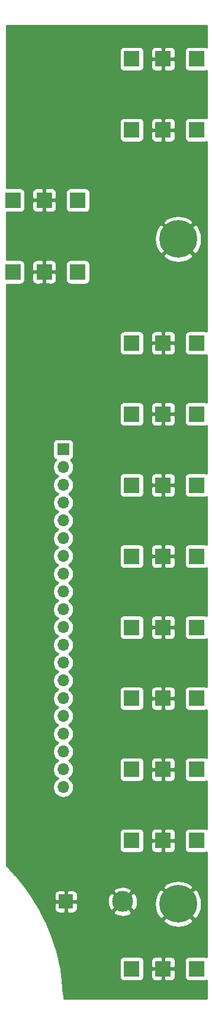
<source format=gbr>
%TF.GenerationSoftware,KiCad,Pcbnew,(5.1.6-0-10_14)*%
%TF.CreationDate,2020-09-17T09:32:26+02:00*%
%TF.ProjectId,cv_expander,63765f65-7870-4616-9e64-65722e6b6963,rev?*%
%TF.SameCoordinates,Original*%
%TF.FileFunction,Copper,L1,Top*%
%TF.FilePolarity,Positive*%
%FSLAX46Y46*%
G04 Gerber Fmt 4.6, Leading zero omitted, Abs format (unit mm)*
G04 Created by KiCad (PCBNEW (5.1.6-0-10_14)) date 2020-09-17 09:32:26*
%MOMM*%
%LPD*%
G01*
G04 APERTURE LIST*
%TA.AperFunction,ComponentPad*%
%ADD10R,2.200000X2.200000*%
%TD*%
%TA.AperFunction,ComponentPad*%
%ADD11C,5.400000*%
%TD*%
%TA.AperFunction,ComponentPad*%
%ADD12O,1.700000X1.700000*%
%TD*%
%TA.AperFunction,ComponentPad*%
%ADD13R,1.700000X1.700000*%
%TD*%
%TA.AperFunction,SMDPad,CuDef*%
%ADD14R,2.000000X2.000000*%
%TD*%
%TA.AperFunction,ComponentPad*%
%ADD15C,3.000000*%
%TD*%
%TA.AperFunction,Conductor*%
%ADD16C,0.254000*%
%TD*%
G04 APERTURE END LIST*
D10*
%TO.P,J14,R*%
%TO.N,Net-(J14-PadR)*%
X154900000Y-157000000D03*
%TO.P,J14,S*%
%TO.N,GND_D*%
X150100000Y-157000000D03*
%TO.P,J14,T*%
%TO.N,Net-(J1-Pad19)*%
X145600000Y-157000000D03*
%TD*%
D11*
%TO.P,GND,1*%
%TO.N,GND_D*%
X152250000Y-52750000D03*
%TD*%
D10*
%TO.P,J10,R*%
%TO.N,Net-(J10-PadR)*%
X154900000Y-108221208D03*
%TO.P,J10,S*%
%TO.N,GND_D*%
X150100000Y-108221208D03*
%TO.P,J10,T*%
%TO.N,Net-(J1-Pad11)*%
X145600000Y-108221208D03*
%TD*%
D12*
%TO.P,J1,20*%
%TO.N,Net-(J1-Pad19)*%
X135812000Y-131064000D03*
%TO.P,J1,19*%
X135812000Y-128524000D03*
%TO.P,J1,18*%
%TO.N,Net-(J1-Pad17)*%
X135812000Y-125984000D03*
%TO.P,J1,17*%
X135812000Y-123444000D03*
%TO.P,J1,16*%
%TO.N,Net-(J1-Pad15)*%
X135812000Y-120904000D03*
%TO.P,J1,15*%
X135812000Y-118364000D03*
%TO.P,J1,14*%
%TO.N,Net-(J1-Pad13)*%
X135812000Y-115824000D03*
%TO.P,J1,13*%
X135812000Y-113284000D03*
%TO.P,J1,12*%
%TO.N,Net-(J1-Pad11)*%
X135812000Y-110744000D03*
%TO.P,J1,11*%
X135812000Y-108204000D03*
%TO.P,J1,10*%
%TO.N,Net-(J1-Pad10)*%
X135812000Y-105664000D03*
%TO.P,J1,9*%
X135812000Y-103124000D03*
%TO.P,J1,8*%
%TO.N,Net-(J1-Pad7)*%
X135812000Y-100584000D03*
%TO.P,J1,7*%
X135812000Y-98044000D03*
%TO.P,J1,6*%
%TO.N,Net-(J1-Pad6)*%
X135812000Y-95504000D03*
%TO.P,J1,5*%
%TO.N,Net-(J1-Pad5)*%
X135812000Y-92964000D03*
%TO.P,J1,4*%
%TO.N,Net-(J1-Pad4)*%
X135812000Y-90424000D03*
%TO.P,J1,3*%
%TO.N,Net-(J1-Pad3)*%
X135812000Y-87884000D03*
%TO.P,J1,2*%
%TO.N,Net-(J1-Pad2)*%
X135812000Y-85344000D03*
D13*
%TO.P,J1,1*%
%TO.N,Net-(J1-Pad1)*%
X135812000Y-82804000D03*
%TD*%
D14*
%TO.P,TP2,1*%
%TO.N,GND_D*%
X136200000Y-147400000D03*
%TD*%
D10*
%TO.P,J7,R*%
%TO.N,Net-(J7-PadR)*%
X154900000Y-77763255D03*
%TO.P,J7,S*%
%TO.N,GND_D*%
X150100000Y-77763255D03*
%TO.P,J7,T*%
%TO.N,Net-(J1-Pad6)*%
X145600000Y-77763255D03*
%TD*%
%TO.P,J6,R*%
%TO.N,Net-(J6-PadR)*%
X154900000Y-67610604D03*
%TO.P,J6,S*%
%TO.N,GND_D*%
X150100000Y-67610604D03*
%TO.P,J6,T*%
%TO.N,Net-(J1-Pad5)*%
X145600000Y-67610604D03*
%TD*%
%TO.P,J5,R*%
%TO.N,Net-(J5-PadR)*%
X137900000Y-57457953D03*
%TO.P,J5,S*%
%TO.N,GND_D*%
X133100000Y-57457953D03*
%TO.P,J5,T*%
%TO.N,Net-(J1-Pad4)*%
X128600000Y-57457953D03*
%TD*%
%TO.P,J4,R*%
%TO.N,Net-(J4-PadR)*%
X137900000Y-47200000D03*
%TO.P,J4,S*%
%TO.N,GND_D*%
X133100000Y-47200000D03*
%TO.P,J4,T*%
%TO.N,Net-(J1-Pad3)*%
X128600000Y-47200000D03*
%TD*%
%TO.P,J3,R*%
%TO.N,Net-(J3-PadR)*%
X154900000Y-37152651D03*
%TO.P,J3,S*%
%TO.N,GND_D*%
X150100000Y-37152651D03*
%TO.P,J3,T*%
%TO.N,Net-(J1-Pad2)*%
X145600000Y-37152651D03*
%TD*%
%TO.P,J2,R*%
%TO.N,Net-(J2-PadR)*%
X154900000Y-27000000D03*
%TO.P,J2,S*%
%TO.N,GND_D*%
X150100000Y-27000000D03*
%TO.P,J2,T*%
%TO.N,Net-(J1-Pad1)*%
X145600000Y-27000000D03*
%TD*%
%TO.P,J13,R*%
%TO.N,Net-(J13-PadR)*%
X154900000Y-138679163D03*
%TO.P,J13,S*%
%TO.N,GND_D*%
X150100000Y-138679163D03*
%TO.P,J13,T*%
%TO.N,Net-(J1-Pad17)*%
X145600000Y-138679163D03*
%TD*%
%TO.P,J12,R*%
%TO.N,Net-(J12-PadR)*%
X154900000Y-128526510D03*
%TO.P,J12,S*%
%TO.N,GND_D*%
X150100000Y-128526510D03*
%TO.P,J12,T*%
%TO.N,Net-(J1-Pad15)*%
X145600000Y-128526510D03*
%TD*%
%TO.P,J11,R*%
%TO.N,Net-(J11-PadR)*%
X154900000Y-118373859D03*
%TO.P,J11,S*%
%TO.N,GND_D*%
X150100000Y-118373859D03*
%TO.P,J11,T*%
%TO.N,Net-(J1-Pad13)*%
X145600000Y-118373859D03*
%TD*%
%TO.P,J9,R*%
%TO.N,Net-(J9-PadR)*%
X154900000Y-98068557D03*
%TO.P,J9,S*%
%TO.N,GND_D*%
X150100000Y-98068557D03*
%TO.P,J9,T*%
%TO.N,Net-(J1-Pad10)*%
X145600000Y-98068557D03*
%TD*%
%TO.P,J8,R*%
%TO.N,Net-(J8-PadR)*%
X154900000Y-87915906D03*
%TO.P,J8,S*%
%TO.N,GND_D*%
X150100000Y-87915906D03*
%TO.P,J8,T*%
%TO.N,Net-(J1-Pad7)*%
X145600000Y-87915906D03*
%TD*%
D15*
%TO.P,GND,1*%
%TO.N,GND_D*%
X144300000Y-147400000D03*
%TD*%
D11*
%TO.P,H1,1*%
%TO.N,GND_D*%
X152250000Y-147750000D03*
%TD*%
D16*
%TO.N,GND_D*%
G36*
X156290001Y-25334990D02*
G01*
X156244180Y-25310498D01*
X156124482Y-25274188D01*
X156000000Y-25261928D01*
X153800000Y-25261928D01*
X153675518Y-25274188D01*
X153555820Y-25310498D01*
X153445506Y-25369463D01*
X153348815Y-25448815D01*
X153269463Y-25545506D01*
X153210498Y-25655820D01*
X153174188Y-25775518D01*
X153161928Y-25900000D01*
X153161928Y-28100000D01*
X153174188Y-28224482D01*
X153210498Y-28344180D01*
X153269463Y-28454494D01*
X153348815Y-28551185D01*
X153445506Y-28630537D01*
X153555820Y-28689502D01*
X153675518Y-28725812D01*
X153800000Y-28738072D01*
X156000000Y-28738072D01*
X156124482Y-28725812D01*
X156244180Y-28689502D01*
X156290001Y-28665010D01*
X156290001Y-35487641D01*
X156244180Y-35463149D01*
X156124482Y-35426839D01*
X156000000Y-35414579D01*
X153800000Y-35414579D01*
X153675518Y-35426839D01*
X153555820Y-35463149D01*
X153445506Y-35522114D01*
X153348815Y-35601466D01*
X153269463Y-35698157D01*
X153210498Y-35808471D01*
X153174188Y-35928169D01*
X153161928Y-36052651D01*
X153161928Y-38252651D01*
X153174188Y-38377133D01*
X153210498Y-38496831D01*
X153269463Y-38607145D01*
X153348815Y-38703836D01*
X153445506Y-38783188D01*
X153555820Y-38842153D01*
X153675518Y-38878463D01*
X153800000Y-38890723D01*
X156000000Y-38890723D01*
X156124482Y-38878463D01*
X156244180Y-38842153D01*
X156290001Y-38817661D01*
X156290001Y-65945594D01*
X156244180Y-65921102D01*
X156124482Y-65884792D01*
X156000000Y-65872532D01*
X153800000Y-65872532D01*
X153675518Y-65884792D01*
X153555820Y-65921102D01*
X153445506Y-65980067D01*
X153348815Y-66059419D01*
X153269463Y-66156110D01*
X153210498Y-66266424D01*
X153174188Y-66386122D01*
X153161928Y-66510604D01*
X153161928Y-68710604D01*
X153174188Y-68835086D01*
X153210498Y-68954784D01*
X153269463Y-69065098D01*
X153348815Y-69161789D01*
X153445506Y-69241141D01*
X153555820Y-69300106D01*
X153675518Y-69336416D01*
X153800000Y-69348676D01*
X156000000Y-69348676D01*
X156124482Y-69336416D01*
X156244180Y-69300106D01*
X156290001Y-69275614D01*
X156290001Y-76098245D01*
X156244180Y-76073753D01*
X156124482Y-76037443D01*
X156000000Y-76025183D01*
X153800000Y-76025183D01*
X153675518Y-76037443D01*
X153555820Y-76073753D01*
X153445506Y-76132718D01*
X153348815Y-76212070D01*
X153269463Y-76308761D01*
X153210498Y-76419075D01*
X153174188Y-76538773D01*
X153161928Y-76663255D01*
X153161928Y-78863255D01*
X153174188Y-78987737D01*
X153210498Y-79107435D01*
X153269463Y-79217749D01*
X153348815Y-79314440D01*
X153445506Y-79393792D01*
X153555820Y-79452757D01*
X153675518Y-79489067D01*
X153800000Y-79501327D01*
X156000000Y-79501327D01*
X156124482Y-79489067D01*
X156244180Y-79452757D01*
X156290001Y-79428265D01*
X156290001Y-86250896D01*
X156244180Y-86226404D01*
X156124482Y-86190094D01*
X156000000Y-86177834D01*
X153800000Y-86177834D01*
X153675518Y-86190094D01*
X153555820Y-86226404D01*
X153445506Y-86285369D01*
X153348815Y-86364721D01*
X153269463Y-86461412D01*
X153210498Y-86571726D01*
X153174188Y-86691424D01*
X153161928Y-86815906D01*
X153161928Y-89015906D01*
X153174188Y-89140388D01*
X153210498Y-89260086D01*
X153269463Y-89370400D01*
X153348815Y-89467091D01*
X153445506Y-89546443D01*
X153555820Y-89605408D01*
X153675518Y-89641718D01*
X153800000Y-89653978D01*
X156000000Y-89653978D01*
X156124482Y-89641718D01*
X156244180Y-89605408D01*
X156290001Y-89580916D01*
X156290000Y-96403547D01*
X156244180Y-96379055D01*
X156124482Y-96342745D01*
X156000000Y-96330485D01*
X153800000Y-96330485D01*
X153675518Y-96342745D01*
X153555820Y-96379055D01*
X153445506Y-96438020D01*
X153348815Y-96517372D01*
X153269463Y-96614063D01*
X153210498Y-96724377D01*
X153174188Y-96844075D01*
X153161928Y-96968557D01*
X153161928Y-99168557D01*
X153174188Y-99293039D01*
X153210498Y-99412737D01*
X153269463Y-99523051D01*
X153348815Y-99619742D01*
X153445506Y-99699094D01*
X153555820Y-99758059D01*
X153675518Y-99794369D01*
X153800000Y-99806629D01*
X156000000Y-99806629D01*
X156124482Y-99794369D01*
X156244180Y-99758059D01*
X156290000Y-99733567D01*
X156290000Y-106556198D01*
X156244180Y-106531706D01*
X156124482Y-106495396D01*
X156000000Y-106483136D01*
X153800000Y-106483136D01*
X153675518Y-106495396D01*
X153555820Y-106531706D01*
X153445506Y-106590671D01*
X153348815Y-106670023D01*
X153269463Y-106766714D01*
X153210498Y-106877028D01*
X153174188Y-106996726D01*
X153161928Y-107121208D01*
X153161928Y-109321208D01*
X153174188Y-109445690D01*
X153210498Y-109565388D01*
X153269463Y-109675702D01*
X153348815Y-109772393D01*
X153445506Y-109851745D01*
X153555820Y-109910710D01*
X153675518Y-109947020D01*
X153800000Y-109959280D01*
X156000000Y-109959280D01*
X156124482Y-109947020D01*
X156244180Y-109910710D01*
X156290000Y-109886218D01*
X156290000Y-116708849D01*
X156244180Y-116684357D01*
X156124482Y-116648047D01*
X156000000Y-116635787D01*
X153800000Y-116635787D01*
X153675518Y-116648047D01*
X153555820Y-116684357D01*
X153445506Y-116743322D01*
X153348815Y-116822674D01*
X153269463Y-116919365D01*
X153210498Y-117029679D01*
X153174188Y-117149377D01*
X153161928Y-117273859D01*
X153161928Y-119473859D01*
X153174188Y-119598341D01*
X153210498Y-119718039D01*
X153269463Y-119828353D01*
X153348815Y-119925044D01*
X153445506Y-120004396D01*
X153555820Y-120063361D01*
X153675518Y-120099671D01*
X153800000Y-120111931D01*
X156000000Y-120111931D01*
X156124482Y-120099671D01*
X156244180Y-120063361D01*
X156290000Y-120038869D01*
X156290000Y-126861500D01*
X156244180Y-126837008D01*
X156124482Y-126800698D01*
X156000000Y-126788438D01*
X153800000Y-126788438D01*
X153675518Y-126800698D01*
X153555820Y-126837008D01*
X153445506Y-126895973D01*
X153348815Y-126975325D01*
X153269463Y-127072016D01*
X153210498Y-127182330D01*
X153174188Y-127302028D01*
X153161928Y-127426510D01*
X153161928Y-129626510D01*
X153174188Y-129750992D01*
X153210498Y-129870690D01*
X153269463Y-129981004D01*
X153348815Y-130077695D01*
X153445506Y-130157047D01*
X153555820Y-130216012D01*
X153675518Y-130252322D01*
X153800000Y-130264582D01*
X156000000Y-130264582D01*
X156124482Y-130252322D01*
X156244180Y-130216012D01*
X156290000Y-130191520D01*
X156290000Y-137014153D01*
X156244180Y-136989661D01*
X156124482Y-136953351D01*
X156000000Y-136941091D01*
X153800000Y-136941091D01*
X153675518Y-136953351D01*
X153555820Y-136989661D01*
X153445506Y-137048626D01*
X153348815Y-137127978D01*
X153269463Y-137224669D01*
X153210498Y-137334983D01*
X153174188Y-137454681D01*
X153161928Y-137579163D01*
X153161928Y-139779163D01*
X153174188Y-139903645D01*
X153210498Y-140023343D01*
X153269463Y-140133657D01*
X153348815Y-140230348D01*
X153445506Y-140309700D01*
X153555820Y-140368665D01*
X153675518Y-140404975D01*
X153800000Y-140417235D01*
X156000000Y-140417235D01*
X156124482Y-140404975D01*
X156244180Y-140368665D01*
X156290000Y-140344173D01*
X156290000Y-155334990D01*
X156244180Y-155310498D01*
X156124482Y-155274188D01*
X156000000Y-155261928D01*
X153800000Y-155261928D01*
X153675518Y-155274188D01*
X153555820Y-155310498D01*
X153445506Y-155369463D01*
X153348815Y-155448815D01*
X153269463Y-155545506D01*
X153210498Y-155655820D01*
X153174188Y-155775518D01*
X153161928Y-155900000D01*
X153161928Y-158100000D01*
X153174188Y-158224482D01*
X153210498Y-158344180D01*
X153269463Y-158454494D01*
X153348815Y-158551185D01*
X153445506Y-158630537D01*
X153555820Y-158689502D01*
X153675518Y-158725812D01*
X153800000Y-158738072D01*
X156000000Y-158738072D01*
X156124482Y-158725812D01*
X156244180Y-158689502D01*
X156290000Y-158665010D01*
X156290000Y-161290000D01*
X135893465Y-161290000D01*
X135879608Y-160701978D01*
X135879079Y-160693338D01*
X135877263Y-160658676D01*
X135704713Y-158625125D01*
X135704259Y-158621424D01*
X135704045Y-158617721D01*
X135698221Y-158572250D01*
X135373685Y-156557361D01*
X135372955Y-156553709D01*
X135372464Y-156550027D01*
X135363246Y-156505121D01*
X135218528Y-155900000D01*
X143861928Y-155900000D01*
X143861928Y-158100000D01*
X143874188Y-158224482D01*
X143910498Y-158344180D01*
X143969463Y-158454494D01*
X144048815Y-158551185D01*
X144145506Y-158630537D01*
X144255820Y-158689502D01*
X144375518Y-158725812D01*
X144500000Y-158738072D01*
X146700000Y-158738072D01*
X146824482Y-158725812D01*
X146944180Y-158689502D01*
X147054494Y-158630537D01*
X147151185Y-158551185D01*
X147230537Y-158454494D01*
X147289502Y-158344180D01*
X147325812Y-158224482D01*
X147338072Y-158100000D01*
X148361928Y-158100000D01*
X148374188Y-158224482D01*
X148410498Y-158344180D01*
X148469463Y-158454494D01*
X148548815Y-158551185D01*
X148645506Y-158630537D01*
X148755820Y-158689502D01*
X148875518Y-158725812D01*
X149000000Y-158738072D01*
X149814250Y-158735000D01*
X149973000Y-158576250D01*
X149973000Y-157127000D01*
X150227000Y-157127000D01*
X150227000Y-158576250D01*
X150385750Y-158735000D01*
X151200000Y-158738072D01*
X151324482Y-158725812D01*
X151444180Y-158689502D01*
X151554494Y-158630537D01*
X151651185Y-158551185D01*
X151730537Y-158454494D01*
X151789502Y-158344180D01*
X151825812Y-158224482D01*
X151838072Y-158100000D01*
X151835000Y-157285750D01*
X151676250Y-157127000D01*
X150227000Y-157127000D01*
X149973000Y-157127000D01*
X148523750Y-157127000D01*
X148365000Y-157285750D01*
X148361928Y-158100000D01*
X147338072Y-158100000D01*
X147338072Y-155900000D01*
X148361928Y-155900000D01*
X148365000Y-156714250D01*
X148523750Y-156873000D01*
X149973000Y-156873000D01*
X149973000Y-155423750D01*
X150227000Y-155423750D01*
X150227000Y-156873000D01*
X151676250Y-156873000D01*
X151835000Y-156714250D01*
X151838072Y-155900000D01*
X151825812Y-155775518D01*
X151789502Y-155655820D01*
X151730537Y-155545506D01*
X151651185Y-155448815D01*
X151554494Y-155369463D01*
X151444180Y-155310498D01*
X151324482Y-155274188D01*
X151200000Y-155261928D01*
X150385750Y-155265000D01*
X150227000Y-155423750D01*
X149973000Y-155423750D01*
X149814250Y-155265000D01*
X149000000Y-155261928D01*
X148875518Y-155274188D01*
X148755820Y-155310498D01*
X148645506Y-155369463D01*
X148548815Y-155448815D01*
X148469463Y-155545506D01*
X148410498Y-155655820D01*
X148374188Y-155775518D01*
X148361928Y-155900000D01*
X147338072Y-155900000D01*
X147325812Y-155775518D01*
X147289502Y-155655820D01*
X147230537Y-155545506D01*
X147151185Y-155448815D01*
X147054494Y-155369463D01*
X146944180Y-155310498D01*
X146824482Y-155274188D01*
X146700000Y-155261928D01*
X144500000Y-155261928D01*
X144375518Y-155274188D01*
X144255820Y-155310498D01*
X144145506Y-155369463D01*
X144048815Y-155448815D01*
X143969463Y-155545506D01*
X143910498Y-155655820D01*
X143874188Y-155775518D01*
X143861928Y-155900000D01*
X135218528Y-155900000D01*
X134888549Y-154520237D01*
X134887549Y-154516655D01*
X134886782Y-154513016D01*
X134874223Y-154468928D01*
X134252038Y-152525223D01*
X134250770Y-152521721D01*
X134249734Y-152518154D01*
X134233905Y-152475132D01*
X133467735Y-150583549D01*
X133466211Y-150580157D01*
X133464908Y-150576673D01*
X133445898Y-150534958D01*
X133228165Y-150095374D01*
X150084231Y-150095374D01*
X150384411Y-150533828D01*
X150963356Y-150844296D01*
X151591746Y-151035852D01*
X152245431Y-151101134D01*
X152899293Y-151037634D01*
X153528203Y-150847792D01*
X154107992Y-150538904D01*
X154115589Y-150533828D01*
X154415769Y-150095374D01*
X152250000Y-147929605D01*
X150084231Y-150095374D01*
X133228165Y-150095374D01*
X132540057Y-148706146D01*
X132538281Y-148702876D01*
X132536722Y-148699501D01*
X132514637Y-148659329D01*
X132360965Y-148400000D01*
X134561928Y-148400000D01*
X134574188Y-148524482D01*
X134610498Y-148644180D01*
X134669463Y-148754494D01*
X134748815Y-148851185D01*
X134845506Y-148930537D01*
X134955820Y-148989502D01*
X135075518Y-149025812D01*
X135200000Y-149038072D01*
X135914250Y-149035000D01*
X136073000Y-148876250D01*
X136073000Y-147527000D01*
X136327000Y-147527000D01*
X136327000Y-148876250D01*
X136485750Y-149035000D01*
X137200000Y-149038072D01*
X137324482Y-149025812D01*
X137444180Y-148989502D01*
X137554494Y-148930537D01*
X137601874Y-148891653D01*
X142987952Y-148891653D01*
X143143962Y-149207214D01*
X143518745Y-149398020D01*
X143923551Y-149512044D01*
X144342824Y-149544902D01*
X144760451Y-149495334D01*
X145160383Y-149365243D01*
X145456038Y-149207214D01*
X145612048Y-148891653D01*
X144300000Y-147579605D01*
X142987952Y-148891653D01*
X137601874Y-148891653D01*
X137651185Y-148851185D01*
X137730537Y-148754494D01*
X137789502Y-148644180D01*
X137825812Y-148524482D01*
X137838072Y-148400000D01*
X137835000Y-147685750D01*
X137676250Y-147527000D01*
X136327000Y-147527000D01*
X136073000Y-147527000D01*
X134723750Y-147527000D01*
X134565000Y-147685750D01*
X134561928Y-148400000D01*
X132360965Y-148400000D01*
X131793765Y-147442824D01*
X142155098Y-147442824D01*
X142204666Y-147860451D01*
X142334757Y-148260383D01*
X142492786Y-148556038D01*
X142808347Y-148712048D01*
X144120395Y-147400000D01*
X144479605Y-147400000D01*
X145791653Y-148712048D01*
X146107214Y-148556038D01*
X146298020Y-148181255D01*
X146412044Y-147776449D01*
X146414474Y-147745431D01*
X148898866Y-147745431D01*
X148962366Y-148399293D01*
X149152208Y-149028203D01*
X149461096Y-149607992D01*
X149466172Y-149615589D01*
X149904626Y-149915769D01*
X152070395Y-147750000D01*
X152429605Y-147750000D01*
X154595374Y-149915769D01*
X155033828Y-149615589D01*
X155344296Y-149036644D01*
X155535852Y-148408254D01*
X155601134Y-147754569D01*
X155537634Y-147100707D01*
X155347792Y-146471797D01*
X155038904Y-145892008D01*
X155033828Y-145884411D01*
X154595374Y-145584231D01*
X152429605Y-147750000D01*
X152070395Y-147750000D01*
X149904626Y-145584231D01*
X149466172Y-145884411D01*
X149155704Y-146463356D01*
X148964148Y-147091746D01*
X148898866Y-147745431D01*
X146414474Y-147745431D01*
X146444902Y-147357176D01*
X146395334Y-146939549D01*
X146265243Y-146539617D01*
X146107214Y-146243962D01*
X145791653Y-146087952D01*
X144479605Y-147400000D01*
X144120395Y-147400000D01*
X142808347Y-146087952D01*
X142492786Y-146243962D01*
X142301980Y-146618745D01*
X142187956Y-147023551D01*
X142155098Y-147442824D01*
X131793765Y-147442824D01*
X131474223Y-146903584D01*
X131472205Y-146900452D01*
X131470399Y-146897208D01*
X131445365Y-146858805D01*
X131124703Y-146400000D01*
X134561928Y-146400000D01*
X134565000Y-147114250D01*
X134723750Y-147273000D01*
X136073000Y-147273000D01*
X136073000Y-145923750D01*
X136327000Y-145923750D01*
X136327000Y-147273000D01*
X137676250Y-147273000D01*
X137835000Y-147114250D01*
X137838072Y-146400000D01*
X137825812Y-146275518D01*
X137789502Y-146155820D01*
X137730537Y-146045506D01*
X137651185Y-145948815D01*
X137601875Y-145908347D01*
X142987952Y-145908347D01*
X144300000Y-147220395D01*
X145612048Y-145908347D01*
X145456038Y-145592786D01*
X145086453Y-145404626D01*
X150084231Y-145404626D01*
X152250000Y-147570395D01*
X154415769Y-145404626D01*
X154115589Y-144966172D01*
X153536644Y-144655704D01*
X152908254Y-144464148D01*
X152254569Y-144398866D01*
X151600707Y-144462366D01*
X150971797Y-144652208D01*
X150392008Y-144961096D01*
X150384411Y-144966172D01*
X150084231Y-145404626D01*
X145086453Y-145404626D01*
X145081255Y-145401980D01*
X144676449Y-145287956D01*
X144257176Y-145255098D01*
X143839549Y-145304666D01*
X143439617Y-145434757D01*
X143143962Y-145592786D01*
X142987952Y-145908347D01*
X137601875Y-145908347D01*
X137554494Y-145869463D01*
X137444180Y-145810498D01*
X137324482Y-145774188D01*
X137200000Y-145761928D01*
X136485750Y-145765000D01*
X136327000Y-145923750D01*
X136073000Y-145923750D01*
X135914250Y-145765000D01*
X135200000Y-145761928D01*
X135075518Y-145774188D01*
X134955820Y-145810498D01*
X134845506Y-145869463D01*
X134748815Y-145948815D01*
X134669463Y-146045506D01*
X134610498Y-146155820D01*
X134574188Y-146275518D01*
X134561928Y-146400000D01*
X131124703Y-146400000D01*
X130276236Y-145186011D01*
X130273990Y-145183041D01*
X130271945Y-145179940D01*
X130244102Y-145143522D01*
X128952840Y-143563097D01*
X128950383Y-143560310D01*
X128948106Y-143557364D01*
X128917610Y-143523137D01*
X127706903Y-142249545D01*
X127707022Y-137579163D01*
X143861928Y-137579163D01*
X143861928Y-139779163D01*
X143874188Y-139903645D01*
X143910498Y-140023343D01*
X143969463Y-140133657D01*
X144048815Y-140230348D01*
X144145506Y-140309700D01*
X144255820Y-140368665D01*
X144375518Y-140404975D01*
X144500000Y-140417235D01*
X146700000Y-140417235D01*
X146824482Y-140404975D01*
X146944180Y-140368665D01*
X147054494Y-140309700D01*
X147151185Y-140230348D01*
X147230537Y-140133657D01*
X147289502Y-140023343D01*
X147325812Y-139903645D01*
X147338072Y-139779163D01*
X148361928Y-139779163D01*
X148374188Y-139903645D01*
X148410498Y-140023343D01*
X148469463Y-140133657D01*
X148548815Y-140230348D01*
X148645506Y-140309700D01*
X148755820Y-140368665D01*
X148875518Y-140404975D01*
X149000000Y-140417235D01*
X149814250Y-140414163D01*
X149973000Y-140255413D01*
X149973000Y-138806163D01*
X150227000Y-138806163D01*
X150227000Y-140255413D01*
X150385750Y-140414163D01*
X151200000Y-140417235D01*
X151324482Y-140404975D01*
X151444180Y-140368665D01*
X151554494Y-140309700D01*
X151651185Y-140230348D01*
X151730537Y-140133657D01*
X151789502Y-140023343D01*
X151825812Y-139903645D01*
X151838072Y-139779163D01*
X151835000Y-138964913D01*
X151676250Y-138806163D01*
X150227000Y-138806163D01*
X149973000Y-138806163D01*
X148523750Y-138806163D01*
X148365000Y-138964913D01*
X148361928Y-139779163D01*
X147338072Y-139779163D01*
X147338072Y-137579163D01*
X148361928Y-137579163D01*
X148365000Y-138393413D01*
X148523750Y-138552163D01*
X149973000Y-138552163D01*
X149973000Y-137102913D01*
X150227000Y-137102913D01*
X150227000Y-138552163D01*
X151676250Y-138552163D01*
X151835000Y-138393413D01*
X151838072Y-137579163D01*
X151825812Y-137454681D01*
X151789502Y-137334983D01*
X151730537Y-137224669D01*
X151651185Y-137127978D01*
X151554494Y-137048626D01*
X151444180Y-136989661D01*
X151324482Y-136953351D01*
X151200000Y-136941091D01*
X150385750Y-136944163D01*
X150227000Y-137102913D01*
X149973000Y-137102913D01*
X149814250Y-136944163D01*
X149000000Y-136941091D01*
X148875518Y-136953351D01*
X148755820Y-136989661D01*
X148645506Y-137048626D01*
X148548815Y-137127978D01*
X148469463Y-137224669D01*
X148410498Y-137334983D01*
X148374188Y-137454681D01*
X148361928Y-137579163D01*
X147338072Y-137579163D01*
X147325812Y-137454681D01*
X147289502Y-137334983D01*
X147230537Y-137224669D01*
X147151185Y-137127978D01*
X147054494Y-137048626D01*
X146944180Y-136989661D01*
X146824482Y-136953351D01*
X146700000Y-136941091D01*
X144500000Y-136941091D01*
X144375518Y-136953351D01*
X144255820Y-136989661D01*
X144145506Y-137048626D01*
X144048815Y-137127978D01*
X143969463Y-137224669D01*
X143910498Y-137334983D01*
X143874188Y-137454681D01*
X143861928Y-137579163D01*
X127707022Y-137579163D01*
X127708449Y-81954000D01*
X134323928Y-81954000D01*
X134323928Y-83654000D01*
X134336188Y-83778482D01*
X134372498Y-83898180D01*
X134431463Y-84008494D01*
X134510815Y-84105185D01*
X134607506Y-84184537D01*
X134717820Y-84243502D01*
X134790380Y-84265513D01*
X134658525Y-84397368D01*
X134496010Y-84640589D01*
X134384068Y-84910842D01*
X134327000Y-85197740D01*
X134327000Y-85490260D01*
X134384068Y-85777158D01*
X134496010Y-86047411D01*
X134658525Y-86290632D01*
X134865368Y-86497475D01*
X135039760Y-86614000D01*
X134865368Y-86730525D01*
X134658525Y-86937368D01*
X134496010Y-87180589D01*
X134384068Y-87450842D01*
X134327000Y-87737740D01*
X134327000Y-88030260D01*
X134384068Y-88317158D01*
X134496010Y-88587411D01*
X134658525Y-88830632D01*
X134865368Y-89037475D01*
X135039760Y-89154000D01*
X134865368Y-89270525D01*
X134658525Y-89477368D01*
X134496010Y-89720589D01*
X134384068Y-89990842D01*
X134327000Y-90277740D01*
X134327000Y-90570260D01*
X134384068Y-90857158D01*
X134496010Y-91127411D01*
X134658525Y-91370632D01*
X134865368Y-91577475D01*
X135039760Y-91694000D01*
X134865368Y-91810525D01*
X134658525Y-92017368D01*
X134496010Y-92260589D01*
X134384068Y-92530842D01*
X134327000Y-92817740D01*
X134327000Y-93110260D01*
X134384068Y-93397158D01*
X134496010Y-93667411D01*
X134658525Y-93910632D01*
X134865368Y-94117475D01*
X135039760Y-94234000D01*
X134865368Y-94350525D01*
X134658525Y-94557368D01*
X134496010Y-94800589D01*
X134384068Y-95070842D01*
X134327000Y-95357740D01*
X134327000Y-95650260D01*
X134384068Y-95937158D01*
X134496010Y-96207411D01*
X134658525Y-96450632D01*
X134865368Y-96657475D01*
X135039760Y-96774000D01*
X134865368Y-96890525D01*
X134658525Y-97097368D01*
X134496010Y-97340589D01*
X134384068Y-97610842D01*
X134327000Y-97897740D01*
X134327000Y-98190260D01*
X134384068Y-98477158D01*
X134496010Y-98747411D01*
X134658525Y-98990632D01*
X134865368Y-99197475D01*
X135039760Y-99314000D01*
X134865368Y-99430525D01*
X134658525Y-99637368D01*
X134496010Y-99880589D01*
X134384068Y-100150842D01*
X134327000Y-100437740D01*
X134327000Y-100730260D01*
X134384068Y-101017158D01*
X134496010Y-101287411D01*
X134658525Y-101530632D01*
X134865368Y-101737475D01*
X135039760Y-101854000D01*
X134865368Y-101970525D01*
X134658525Y-102177368D01*
X134496010Y-102420589D01*
X134384068Y-102690842D01*
X134327000Y-102977740D01*
X134327000Y-103270260D01*
X134384068Y-103557158D01*
X134496010Y-103827411D01*
X134658525Y-104070632D01*
X134865368Y-104277475D01*
X135039760Y-104394000D01*
X134865368Y-104510525D01*
X134658525Y-104717368D01*
X134496010Y-104960589D01*
X134384068Y-105230842D01*
X134327000Y-105517740D01*
X134327000Y-105810260D01*
X134384068Y-106097158D01*
X134496010Y-106367411D01*
X134658525Y-106610632D01*
X134865368Y-106817475D01*
X135039760Y-106934000D01*
X134865368Y-107050525D01*
X134658525Y-107257368D01*
X134496010Y-107500589D01*
X134384068Y-107770842D01*
X134327000Y-108057740D01*
X134327000Y-108350260D01*
X134384068Y-108637158D01*
X134496010Y-108907411D01*
X134658525Y-109150632D01*
X134865368Y-109357475D01*
X135039760Y-109474000D01*
X134865368Y-109590525D01*
X134658525Y-109797368D01*
X134496010Y-110040589D01*
X134384068Y-110310842D01*
X134327000Y-110597740D01*
X134327000Y-110890260D01*
X134384068Y-111177158D01*
X134496010Y-111447411D01*
X134658525Y-111690632D01*
X134865368Y-111897475D01*
X135039760Y-112014000D01*
X134865368Y-112130525D01*
X134658525Y-112337368D01*
X134496010Y-112580589D01*
X134384068Y-112850842D01*
X134327000Y-113137740D01*
X134327000Y-113430260D01*
X134384068Y-113717158D01*
X134496010Y-113987411D01*
X134658525Y-114230632D01*
X134865368Y-114437475D01*
X135039760Y-114554000D01*
X134865368Y-114670525D01*
X134658525Y-114877368D01*
X134496010Y-115120589D01*
X134384068Y-115390842D01*
X134327000Y-115677740D01*
X134327000Y-115970260D01*
X134384068Y-116257158D01*
X134496010Y-116527411D01*
X134658525Y-116770632D01*
X134865368Y-116977475D01*
X135039760Y-117094000D01*
X134865368Y-117210525D01*
X134658525Y-117417368D01*
X134496010Y-117660589D01*
X134384068Y-117930842D01*
X134327000Y-118217740D01*
X134327000Y-118510260D01*
X134384068Y-118797158D01*
X134496010Y-119067411D01*
X134658525Y-119310632D01*
X134865368Y-119517475D01*
X135039760Y-119634000D01*
X134865368Y-119750525D01*
X134658525Y-119957368D01*
X134496010Y-120200589D01*
X134384068Y-120470842D01*
X134327000Y-120757740D01*
X134327000Y-121050260D01*
X134384068Y-121337158D01*
X134496010Y-121607411D01*
X134658525Y-121850632D01*
X134865368Y-122057475D01*
X135039760Y-122174000D01*
X134865368Y-122290525D01*
X134658525Y-122497368D01*
X134496010Y-122740589D01*
X134384068Y-123010842D01*
X134327000Y-123297740D01*
X134327000Y-123590260D01*
X134384068Y-123877158D01*
X134496010Y-124147411D01*
X134658525Y-124390632D01*
X134865368Y-124597475D01*
X135039760Y-124714000D01*
X134865368Y-124830525D01*
X134658525Y-125037368D01*
X134496010Y-125280589D01*
X134384068Y-125550842D01*
X134327000Y-125837740D01*
X134327000Y-126130260D01*
X134384068Y-126417158D01*
X134496010Y-126687411D01*
X134658525Y-126930632D01*
X134865368Y-127137475D01*
X135039760Y-127254000D01*
X134865368Y-127370525D01*
X134658525Y-127577368D01*
X134496010Y-127820589D01*
X134384068Y-128090842D01*
X134327000Y-128377740D01*
X134327000Y-128670260D01*
X134384068Y-128957158D01*
X134496010Y-129227411D01*
X134658525Y-129470632D01*
X134865368Y-129677475D01*
X135039760Y-129794000D01*
X134865368Y-129910525D01*
X134658525Y-130117368D01*
X134496010Y-130360589D01*
X134384068Y-130630842D01*
X134327000Y-130917740D01*
X134327000Y-131210260D01*
X134384068Y-131497158D01*
X134496010Y-131767411D01*
X134658525Y-132010632D01*
X134865368Y-132217475D01*
X135108589Y-132379990D01*
X135378842Y-132491932D01*
X135665740Y-132549000D01*
X135958260Y-132549000D01*
X136245158Y-132491932D01*
X136515411Y-132379990D01*
X136758632Y-132217475D01*
X136965475Y-132010632D01*
X137127990Y-131767411D01*
X137239932Y-131497158D01*
X137297000Y-131210260D01*
X137297000Y-130917740D01*
X137239932Y-130630842D01*
X137127990Y-130360589D01*
X136965475Y-130117368D01*
X136758632Y-129910525D01*
X136584240Y-129794000D01*
X136758632Y-129677475D01*
X136965475Y-129470632D01*
X137127990Y-129227411D01*
X137239932Y-128957158D01*
X137297000Y-128670260D01*
X137297000Y-128377740D01*
X137239932Y-128090842D01*
X137127990Y-127820589D01*
X136965475Y-127577368D01*
X136814617Y-127426510D01*
X143861928Y-127426510D01*
X143861928Y-129626510D01*
X143874188Y-129750992D01*
X143910498Y-129870690D01*
X143969463Y-129981004D01*
X144048815Y-130077695D01*
X144145506Y-130157047D01*
X144255820Y-130216012D01*
X144375518Y-130252322D01*
X144500000Y-130264582D01*
X146700000Y-130264582D01*
X146824482Y-130252322D01*
X146944180Y-130216012D01*
X147054494Y-130157047D01*
X147151185Y-130077695D01*
X147230537Y-129981004D01*
X147289502Y-129870690D01*
X147325812Y-129750992D01*
X147338072Y-129626510D01*
X148361928Y-129626510D01*
X148374188Y-129750992D01*
X148410498Y-129870690D01*
X148469463Y-129981004D01*
X148548815Y-130077695D01*
X148645506Y-130157047D01*
X148755820Y-130216012D01*
X148875518Y-130252322D01*
X149000000Y-130264582D01*
X149814250Y-130261510D01*
X149973000Y-130102760D01*
X149973000Y-128653510D01*
X150227000Y-128653510D01*
X150227000Y-130102760D01*
X150385750Y-130261510D01*
X151200000Y-130264582D01*
X151324482Y-130252322D01*
X151444180Y-130216012D01*
X151554494Y-130157047D01*
X151651185Y-130077695D01*
X151730537Y-129981004D01*
X151789502Y-129870690D01*
X151825812Y-129750992D01*
X151838072Y-129626510D01*
X151835000Y-128812260D01*
X151676250Y-128653510D01*
X150227000Y-128653510D01*
X149973000Y-128653510D01*
X148523750Y-128653510D01*
X148365000Y-128812260D01*
X148361928Y-129626510D01*
X147338072Y-129626510D01*
X147338072Y-127426510D01*
X148361928Y-127426510D01*
X148365000Y-128240760D01*
X148523750Y-128399510D01*
X149973000Y-128399510D01*
X149973000Y-126950260D01*
X150227000Y-126950260D01*
X150227000Y-128399510D01*
X151676250Y-128399510D01*
X151835000Y-128240760D01*
X151838072Y-127426510D01*
X151825812Y-127302028D01*
X151789502Y-127182330D01*
X151730537Y-127072016D01*
X151651185Y-126975325D01*
X151554494Y-126895973D01*
X151444180Y-126837008D01*
X151324482Y-126800698D01*
X151200000Y-126788438D01*
X150385750Y-126791510D01*
X150227000Y-126950260D01*
X149973000Y-126950260D01*
X149814250Y-126791510D01*
X149000000Y-126788438D01*
X148875518Y-126800698D01*
X148755820Y-126837008D01*
X148645506Y-126895973D01*
X148548815Y-126975325D01*
X148469463Y-127072016D01*
X148410498Y-127182330D01*
X148374188Y-127302028D01*
X148361928Y-127426510D01*
X147338072Y-127426510D01*
X147325812Y-127302028D01*
X147289502Y-127182330D01*
X147230537Y-127072016D01*
X147151185Y-126975325D01*
X147054494Y-126895973D01*
X146944180Y-126837008D01*
X146824482Y-126800698D01*
X146700000Y-126788438D01*
X144500000Y-126788438D01*
X144375518Y-126800698D01*
X144255820Y-126837008D01*
X144145506Y-126895973D01*
X144048815Y-126975325D01*
X143969463Y-127072016D01*
X143910498Y-127182330D01*
X143874188Y-127302028D01*
X143861928Y-127426510D01*
X136814617Y-127426510D01*
X136758632Y-127370525D01*
X136584240Y-127254000D01*
X136758632Y-127137475D01*
X136965475Y-126930632D01*
X137127990Y-126687411D01*
X137239932Y-126417158D01*
X137297000Y-126130260D01*
X137297000Y-125837740D01*
X137239932Y-125550842D01*
X137127990Y-125280589D01*
X136965475Y-125037368D01*
X136758632Y-124830525D01*
X136584240Y-124714000D01*
X136758632Y-124597475D01*
X136965475Y-124390632D01*
X137127990Y-124147411D01*
X137239932Y-123877158D01*
X137297000Y-123590260D01*
X137297000Y-123297740D01*
X137239932Y-123010842D01*
X137127990Y-122740589D01*
X136965475Y-122497368D01*
X136758632Y-122290525D01*
X136584240Y-122174000D01*
X136758632Y-122057475D01*
X136965475Y-121850632D01*
X137127990Y-121607411D01*
X137239932Y-121337158D01*
X137297000Y-121050260D01*
X137297000Y-120757740D01*
X137239932Y-120470842D01*
X137127990Y-120200589D01*
X136965475Y-119957368D01*
X136758632Y-119750525D01*
X136584240Y-119634000D01*
X136758632Y-119517475D01*
X136965475Y-119310632D01*
X137127990Y-119067411D01*
X137239932Y-118797158D01*
X137297000Y-118510260D01*
X137297000Y-118217740D01*
X137239932Y-117930842D01*
X137127990Y-117660589D01*
X136965475Y-117417368D01*
X136821966Y-117273859D01*
X143861928Y-117273859D01*
X143861928Y-119473859D01*
X143874188Y-119598341D01*
X143910498Y-119718039D01*
X143969463Y-119828353D01*
X144048815Y-119925044D01*
X144145506Y-120004396D01*
X144255820Y-120063361D01*
X144375518Y-120099671D01*
X144500000Y-120111931D01*
X146700000Y-120111931D01*
X146824482Y-120099671D01*
X146944180Y-120063361D01*
X147054494Y-120004396D01*
X147151185Y-119925044D01*
X147230537Y-119828353D01*
X147289502Y-119718039D01*
X147325812Y-119598341D01*
X147338072Y-119473859D01*
X148361928Y-119473859D01*
X148374188Y-119598341D01*
X148410498Y-119718039D01*
X148469463Y-119828353D01*
X148548815Y-119925044D01*
X148645506Y-120004396D01*
X148755820Y-120063361D01*
X148875518Y-120099671D01*
X149000000Y-120111931D01*
X149814250Y-120108859D01*
X149973000Y-119950109D01*
X149973000Y-118500859D01*
X150227000Y-118500859D01*
X150227000Y-119950109D01*
X150385750Y-120108859D01*
X151200000Y-120111931D01*
X151324482Y-120099671D01*
X151444180Y-120063361D01*
X151554494Y-120004396D01*
X151651185Y-119925044D01*
X151730537Y-119828353D01*
X151789502Y-119718039D01*
X151825812Y-119598341D01*
X151838072Y-119473859D01*
X151835000Y-118659609D01*
X151676250Y-118500859D01*
X150227000Y-118500859D01*
X149973000Y-118500859D01*
X148523750Y-118500859D01*
X148365000Y-118659609D01*
X148361928Y-119473859D01*
X147338072Y-119473859D01*
X147338072Y-117273859D01*
X148361928Y-117273859D01*
X148365000Y-118088109D01*
X148523750Y-118246859D01*
X149973000Y-118246859D01*
X149973000Y-116797609D01*
X150227000Y-116797609D01*
X150227000Y-118246859D01*
X151676250Y-118246859D01*
X151835000Y-118088109D01*
X151838072Y-117273859D01*
X151825812Y-117149377D01*
X151789502Y-117029679D01*
X151730537Y-116919365D01*
X151651185Y-116822674D01*
X151554494Y-116743322D01*
X151444180Y-116684357D01*
X151324482Y-116648047D01*
X151200000Y-116635787D01*
X150385750Y-116638859D01*
X150227000Y-116797609D01*
X149973000Y-116797609D01*
X149814250Y-116638859D01*
X149000000Y-116635787D01*
X148875518Y-116648047D01*
X148755820Y-116684357D01*
X148645506Y-116743322D01*
X148548815Y-116822674D01*
X148469463Y-116919365D01*
X148410498Y-117029679D01*
X148374188Y-117149377D01*
X148361928Y-117273859D01*
X147338072Y-117273859D01*
X147325812Y-117149377D01*
X147289502Y-117029679D01*
X147230537Y-116919365D01*
X147151185Y-116822674D01*
X147054494Y-116743322D01*
X146944180Y-116684357D01*
X146824482Y-116648047D01*
X146700000Y-116635787D01*
X144500000Y-116635787D01*
X144375518Y-116648047D01*
X144255820Y-116684357D01*
X144145506Y-116743322D01*
X144048815Y-116822674D01*
X143969463Y-116919365D01*
X143910498Y-117029679D01*
X143874188Y-117149377D01*
X143861928Y-117273859D01*
X136821966Y-117273859D01*
X136758632Y-117210525D01*
X136584240Y-117094000D01*
X136758632Y-116977475D01*
X136965475Y-116770632D01*
X137127990Y-116527411D01*
X137239932Y-116257158D01*
X137297000Y-115970260D01*
X137297000Y-115677740D01*
X137239932Y-115390842D01*
X137127990Y-115120589D01*
X136965475Y-114877368D01*
X136758632Y-114670525D01*
X136584240Y-114554000D01*
X136758632Y-114437475D01*
X136965475Y-114230632D01*
X137127990Y-113987411D01*
X137239932Y-113717158D01*
X137297000Y-113430260D01*
X137297000Y-113137740D01*
X137239932Y-112850842D01*
X137127990Y-112580589D01*
X136965475Y-112337368D01*
X136758632Y-112130525D01*
X136584240Y-112014000D01*
X136758632Y-111897475D01*
X136965475Y-111690632D01*
X137127990Y-111447411D01*
X137239932Y-111177158D01*
X137297000Y-110890260D01*
X137297000Y-110597740D01*
X137239932Y-110310842D01*
X137127990Y-110040589D01*
X136965475Y-109797368D01*
X136758632Y-109590525D01*
X136584240Y-109474000D01*
X136758632Y-109357475D01*
X136965475Y-109150632D01*
X137127990Y-108907411D01*
X137239932Y-108637158D01*
X137297000Y-108350260D01*
X137297000Y-108057740D01*
X137239932Y-107770842D01*
X137127990Y-107500589D01*
X136965475Y-107257368D01*
X136829315Y-107121208D01*
X143861928Y-107121208D01*
X143861928Y-109321208D01*
X143874188Y-109445690D01*
X143910498Y-109565388D01*
X143969463Y-109675702D01*
X144048815Y-109772393D01*
X144145506Y-109851745D01*
X144255820Y-109910710D01*
X144375518Y-109947020D01*
X144500000Y-109959280D01*
X146700000Y-109959280D01*
X146824482Y-109947020D01*
X146944180Y-109910710D01*
X147054494Y-109851745D01*
X147151185Y-109772393D01*
X147230537Y-109675702D01*
X147289502Y-109565388D01*
X147325812Y-109445690D01*
X147338072Y-109321208D01*
X148361928Y-109321208D01*
X148374188Y-109445690D01*
X148410498Y-109565388D01*
X148469463Y-109675702D01*
X148548815Y-109772393D01*
X148645506Y-109851745D01*
X148755820Y-109910710D01*
X148875518Y-109947020D01*
X149000000Y-109959280D01*
X149814250Y-109956208D01*
X149973000Y-109797458D01*
X149973000Y-108348208D01*
X150227000Y-108348208D01*
X150227000Y-109797458D01*
X150385750Y-109956208D01*
X151200000Y-109959280D01*
X151324482Y-109947020D01*
X151444180Y-109910710D01*
X151554494Y-109851745D01*
X151651185Y-109772393D01*
X151730537Y-109675702D01*
X151789502Y-109565388D01*
X151825812Y-109445690D01*
X151838072Y-109321208D01*
X151835000Y-108506958D01*
X151676250Y-108348208D01*
X150227000Y-108348208D01*
X149973000Y-108348208D01*
X148523750Y-108348208D01*
X148365000Y-108506958D01*
X148361928Y-109321208D01*
X147338072Y-109321208D01*
X147338072Y-107121208D01*
X148361928Y-107121208D01*
X148365000Y-107935458D01*
X148523750Y-108094208D01*
X149973000Y-108094208D01*
X149973000Y-106644958D01*
X150227000Y-106644958D01*
X150227000Y-108094208D01*
X151676250Y-108094208D01*
X151835000Y-107935458D01*
X151838072Y-107121208D01*
X151825812Y-106996726D01*
X151789502Y-106877028D01*
X151730537Y-106766714D01*
X151651185Y-106670023D01*
X151554494Y-106590671D01*
X151444180Y-106531706D01*
X151324482Y-106495396D01*
X151200000Y-106483136D01*
X150385750Y-106486208D01*
X150227000Y-106644958D01*
X149973000Y-106644958D01*
X149814250Y-106486208D01*
X149000000Y-106483136D01*
X148875518Y-106495396D01*
X148755820Y-106531706D01*
X148645506Y-106590671D01*
X148548815Y-106670023D01*
X148469463Y-106766714D01*
X148410498Y-106877028D01*
X148374188Y-106996726D01*
X148361928Y-107121208D01*
X147338072Y-107121208D01*
X147325812Y-106996726D01*
X147289502Y-106877028D01*
X147230537Y-106766714D01*
X147151185Y-106670023D01*
X147054494Y-106590671D01*
X146944180Y-106531706D01*
X146824482Y-106495396D01*
X146700000Y-106483136D01*
X144500000Y-106483136D01*
X144375518Y-106495396D01*
X144255820Y-106531706D01*
X144145506Y-106590671D01*
X144048815Y-106670023D01*
X143969463Y-106766714D01*
X143910498Y-106877028D01*
X143874188Y-106996726D01*
X143861928Y-107121208D01*
X136829315Y-107121208D01*
X136758632Y-107050525D01*
X136584240Y-106934000D01*
X136758632Y-106817475D01*
X136965475Y-106610632D01*
X137127990Y-106367411D01*
X137239932Y-106097158D01*
X137297000Y-105810260D01*
X137297000Y-105517740D01*
X137239932Y-105230842D01*
X137127990Y-104960589D01*
X136965475Y-104717368D01*
X136758632Y-104510525D01*
X136584240Y-104394000D01*
X136758632Y-104277475D01*
X136965475Y-104070632D01*
X137127990Y-103827411D01*
X137239932Y-103557158D01*
X137297000Y-103270260D01*
X137297000Y-102977740D01*
X137239932Y-102690842D01*
X137127990Y-102420589D01*
X136965475Y-102177368D01*
X136758632Y-101970525D01*
X136584240Y-101854000D01*
X136758632Y-101737475D01*
X136965475Y-101530632D01*
X137127990Y-101287411D01*
X137239932Y-101017158D01*
X137297000Y-100730260D01*
X137297000Y-100437740D01*
X137239932Y-100150842D01*
X137127990Y-99880589D01*
X136965475Y-99637368D01*
X136758632Y-99430525D01*
X136584240Y-99314000D01*
X136758632Y-99197475D01*
X136965475Y-98990632D01*
X137127990Y-98747411D01*
X137239932Y-98477158D01*
X137297000Y-98190260D01*
X137297000Y-97897740D01*
X137239932Y-97610842D01*
X137127990Y-97340589D01*
X136965475Y-97097368D01*
X136836664Y-96968557D01*
X143861928Y-96968557D01*
X143861928Y-99168557D01*
X143874188Y-99293039D01*
X143910498Y-99412737D01*
X143969463Y-99523051D01*
X144048815Y-99619742D01*
X144145506Y-99699094D01*
X144255820Y-99758059D01*
X144375518Y-99794369D01*
X144500000Y-99806629D01*
X146700000Y-99806629D01*
X146824482Y-99794369D01*
X146944180Y-99758059D01*
X147054494Y-99699094D01*
X147151185Y-99619742D01*
X147230537Y-99523051D01*
X147289502Y-99412737D01*
X147325812Y-99293039D01*
X147338072Y-99168557D01*
X148361928Y-99168557D01*
X148374188Y-99293039D01*
X148410498Y-99412737D01*
X148469463Y-99523051D01*
X148548815Y-99619742D01*
X148645506Y-99699094D01*
X148755820Y-99758059D01*
X148875518Y-99794369D01*
X149000000Y-99806629D01*
X149814250Y-99803557D01*
X149973000Y-99644807D01*
X149973000Y-98195557D01*
X150227000Y-98195557D01*
X150227000Y-99644807D01*
X150385750Y-99803557D01*
X151200000Y-99806629D01*
X151324482Y-99794369D01*
X151444180Y-99758059D01*
X151554494Y-99699094D01*
X151651185Y-99619742D01*
X151730537Y-99523051D01*
X151789502Y-99412737D01*
X151825812Y-99293039D01*
X151838072Y-99168557D01*
X151835000Y-98354307D01*
X151676250Y-98195557D01*
X150227000Y-98195557D01*
X149973000Y-98195557D01*
X148523750Y-98195557D01*
X148365000Y-98354307D01*
X148361928Y-99168557D01*
X147338072Y-99168557D01*
X147338072Y-96968557D01*
X148361928Y-96968557D01*
X148365000Y-97782807D01*
X148523750Y-97941557D01*
X149973000Y-97941557D01*
X149973000Y-96492307D01*
X150227000Y-96492307D01*
X150227000Y-97941557D01*
X151676250Y-97941557D01*
X151835000Y-97782807D01*
X151838072Y-96968557D01*
X151825812Y-96844075D01*
X151789502Y-96724377D01*
X151730537Y-96614063D01*
X151651185Y-96517372D01*
X151554494Y-96438020D01*
X151444180Y-96379055D01*
X151324482Y-96342745D01*
X151200000Y-96330485D01*
X150385750Y-96333557D01*
X150227000Y-96492307D01*
X149973000Y-96492307D01*
X149814250Y-96333557D01*
X149000000Y-96330485D01*
X148875518Y-96342745D01*
X148755820Y-96379055D01*
X148645506Y-96438020D01*
X148548815Y-96517372D01*
X148469463Y-96614063D01*
X148410498Y-96724377D01*
X148374188Y-96844075D01*
X148361928Y-96968557D01*
X147338072Y-96968557D01*
X147325812Y-96844075D01*
X147289502Y-96724377D01*
X147230537Y-96614063D01*
X147151185Y-96517372D01*
X147054494Y-96438020D01*
X146944180Y-96379055D01*
X146824482Y-96342745D01*
X146700000Y-96330485D01*
X144500000Y-96330485D01*
X144375518Y-96342745D01*
X144255820Y-96379055D01*
X144145506Y-96438020D01*
X144048815Y-96517372D01*
X143969463Y-96614063D01*
X143910498Y-96724377D01*
X143874188Y-96844075D01*
X143861928Y-96968557D01*
X136836664Y-96968557D01*
X136758632Y-96890525D01*
X136584240Y-96774000D01*
X136758632Y-96657475D01*
X136965475Y-96450632D01*
X137127990Y-96207411D01*
X137239932Y-95937158D01*
X137297000Y-95650260D01*
X137297000Y-95357740D01*
X137239932Y-95070842D01*
X137127990Y-94800589D01*
X136965475Y-94557368D01*
X136758632Y-94350525D01*
X136584240Y-94234000D01*
X136758632Y-94117475D01*
X136965475Y-93910632D01*
X137127990Y-93667411D01*
X137239932Y-93397158D01*
X137297000Y-93110260D01*
X137297000Y-92817740D01*
X137239932Y-92530842D01*
X137127990Y-92260589D01*
X136965475Y-92017368D01*
X136758632Y-91810525D01*
X136584240Y-91694000D01*
X136758632Y-91577475D01*
X136965475Y-91370632D01*
X137127990Y-91127411D01*
X137239932Y-90857158D01*
X137297000Y-90570260D01*
X137297000Y-90277740D01*
X137239932Y-89990842D01*
X137127990Y-89720589D01*
X136965475Y-89477368D01*
X136758632Y-89270525D01*
X136584240Y-89154000D01*
X136758632Y-89037475D01*
X136965475Y-88830632D01*
X137127990Y-88587411D01*
X137239932Y-88317158D01*
X137297000Y-88030260D01*
X137297000Y-87737740D01*
X137239932Y-87450842D01*
X137127990Y-87180589D01*
X136965475Y-86937368D01*
X136844013Y-86815906D01*
X143861928Y-86815906D01*
X143861928Y-89015906D01*
X143874188Y-89140388D01*
X143910498Y-89260086D01*
X143969463Y-89370400D01*
X144048815Y-89467091D01*
X144145506Y-89546443D01*
X144255820Y-89605408D01*
X144375518Y-89641718D01*
X144500000Y-89653978D01*
X146700000Y-89653978D01*
X146824482Y-89641718D01*
X146944180Y-89605408D01*
X147054494Y-89546443D01*
X147151185Y-89467091D01*
X147230537Y-89370400D01*
X147289502Y-89260086D01*
X147325812Y-89140388D01*
X147338072Y-89015906D01*
X148361928Y-89015906D01*
X148374188Y-89140388D01*
X148410498Y-89260086D01*
X148469463Y-89370400D01*
X148548815Y-89467091D01*
X148645506Y-89546443D01*
X148755820Y-89605408D01*
X148875518Y-89641718D01*
X149000000Y-89653978D01*
X149814250Y-89650906D01*
X149973000Y-89492156D01*
X149973000Y-88042906D01*
X150227000Y-88042906D01*
X150227000Y-89492156D01*
X150385750Y-89650906D01*
X151200000Y-89653978D01*
X151324482Y-89641718D01*
X151444180Y-89605408D01*
X151554494Y-89546443D01*
X151651185Y-89467091D01*
X151730537Y-89370400D01*
X151789502Y-89260086D01*
X151825812Y-89140388D01*
X151838072Y-89015906D01*
X151835000Y-88201656D01*
X151676250Y-88042906D01*
X150227000Y-88042906D01*
X149973000Y-88042906D01*
X148523750Y-88042906D01*
X148365000Y-88201656D01*
X148361928Y-89015906D01*
X147338072Y-89015906D01*
X147338072Y-86815906D01*
X148361928Y-86815906D01*
X148365000Y-87630156D01*
X148523750Y-87788906D01*
X149973000Y-87788906D01*
X149973000Y-86339656D01*
X150227000Y-86339656D01*
X150227000Y-87788906D01*
X151676250Y-87788906D01*
X151835000Y-87630156D01*
X151838072Y-86815906D01*
X151825812Y-86691424D01*
X151789502Y-86571726D01*
X151730537Y-86461412D01*
X151651185Y-86364721D01*
X151554494Y-86285369D01*
X151444180Y-86226404D01*
X151324482Y-86190094D01*
X151200000Y-86177834D01*
X150385750Y-86180906D01*
X150227000Y-86339656D01*
X149973000Y-86339656D01*
X149814250Y-86180906D01*
X149000000Y-86177834D01*
X148875518Y-86190094D01*
X148755820Y-86226404D01*
X148645506Y-86285369D01*
X148548815Y-86364721D01*
X148469463Y-86461412D01*
X148410498Y-86571726D01*
X148374188Y-86691424D01*
X148361928Y-86815906D01*
X147338072Y-86815906D01*
X147325812Y-86691424D01*
X147289502Y-86571726D01*
X147230537Y-86461412D01*
X147151185Y-86364721D01*
X147054494Y-86285369D01*
X146944180Y-86226404D01*
X146824482Y-86190094D01*
X146700000Y-86177834D01*
X144500000Y-86177834D01*
X144375518Y-86190094D01*
X144255820Y-86226404D01*
X144145506Y-86285369D01*
X144048815Y-86364721D01*
X143969463Y-86461412D01*
X143910498Y-86571726D01*
X143874188Y-86691424D01*
X143861928Y-86815906D01*
X136844013Y-86815906D01*
X136758632Y-86730525D01*
X136584240Y-86614000D01*
X136758632Y-86497475D01*
X136965475Y-86290632D01*
X137127990Y-86047411D01*
X137239932Y-85777158D01*
X137297000Y-85490260D01*
X137297000Y-85197740D01*
X137239932Y-84910842D01*
X137127990Y-84640589D01*
X136965475Y-84397368D01*
X136833620Y-84265513D01*
X136906180Y-84243502D01*
X137016494Y-84184537D01*
X137113185Y-84105185D01*
X137192537Y-84008494D01*
X137251502Y-83898180D01*
X137287812Y-83778482D01*
X137300072Y-83654000D01*
X137300072Y-81954000D01*
X137287812Y-81829518D01*
X137251502Y-81709820D01*
X137192537Y-81599506D01*
X137113185Y-81502815D01*
X137016494Y-81423463D01*
X136906180Y-81364498D01*
X136786482Y-81328188D01*
X136662000Y-81315928D01*
X134962000Y-81315928D01*
X134837518Y-81328188D01*
X134717820Y-81364498D01*
X134607506Y-81423463D01*
X134510815Y-81502815D01*
X134431463Y-81599506D01*
X134372498Y-81709820D01*
X134336188Y-81829518D01*
X134323928Y-81954000D01*
X127708449Y-81954000D01*
X127708584Y-76663255D01*
X143861928Y-76663255D01*
X143861928Y-78863255D01*
X143874188Y-78987737D01*
X143910498Y-79107435D01*
X143969463Y-79217749D01*
X144048815Y-79314440D01*
X144145506Y-79393792D01*
X144255820Y-79452757D01*
X144375518Y-79489067D01*
X144500000Y-79501327D01*
X146700000Y-79501327D01*
X146824482Y-79489067D01*
X146944180Y-79452757D01*
X147054494Y-79393792D01*
X147151185Y-79314440D01*
X147230537Y-79217749D01*
X147289502Y-79107435D01*
X147325812Y-78987737D01*
X147338072Y-78863255D01*
X148361928Y-78863255D01*
X148374188Y-78987737D01*
X148410498Y-79107435D01*
X148469463Y-79217749D01*
X148548815Y-79314440D01*
X148645506Y-79393792D01*
X148755820Y-79452757D01*
X148875518Y-79489067D01*
X149000000Y-79501327D01*
X149814250Y-79498255D01*
X149973000Y-79339505D01*
X149973000Y-77890255D01*
X150227000Y-77890255D01*
X150227000Y-79339505D01*
X150385750Y-79498255D01*
X151200000Y-79501327D01*
X151324482Y-79489067D01*
X151444180Y-79452757D01*
X151554494Y-79393792D01*
X151651185Y-79314440D01*
X151730537Y-79217749D01*
X151789502Y-79107435D01*
X151825812Y-78987737D01*
X151838072Y-78863255D01*
X151835000Y-78049005D01*
X151676250Y-77890255D01*
X150227000Y-77890255D01*
X149973000Y-77890255D01*
X148523750Y-77890255D01*
X148365000Y-78049005D01*
X148361928Y-78863255D01*
X147338072Y-78863255D01*
X147338072Y-76663255D01*
X148361928Y-76663255D01*
X148365000Y-77477505D01*
X148523750Y-77636255D01*
X149973000Y-77636255D01*
X149973000Y-76187005D01*
X150227000Y-76187005D01*
X150227000Y-77636255D01*
X151676250Y-77636255D01*
X151835000Y-77477505D01*
X151838072Y-76663255D01*
X151825812Y-76538773D01*
X151789502Y-76419075D01*
X151730537Y-76308761D01*
X151651185Y-76212070D01*
X151554494Y-76132718D01*
X151444180Y-76073753D01*
X151324482Y-76037443D01*
X151200000Y-76025183D01*
X150385750Y-76028255D01*
X150227000Y-76187005D01*
X149973000Y-76187005D01*
X149814250Y-76028255D01*
X149000000Y-76025183D01*
X148875518Y-76037443D01*
X148755820Y-76073753D01*
X148645506Y-76132718D01*
X148548815Y-76212070D01*
X148469463Y-76308761D01*
X148410498Y-76419075D01*
X148374188Y-76538773D01*
X148361928Y-76663255D01*
X147338072Y-76663255D01*
X147325812Y-76538773D01*
X147289502Y-76419075D01*
X147230537Y-76308761D01*
X147151185Y-76212070D01*
X147054494Y-76132718D01*
X146944180Y-76073753D01*
X146824482Y-76037443D01*
X146700000Y-76025183D01*
X144500000Y-76025183D01*
X144375518Y-76037443D01*
X144255820Y-76073753D01*
X144145506Y-76132718D01*
X144048815Y-76212070D01*
X143969463Y-76308761D01*
X143910498Y-76419075D01*
X143874188Y-76538773D01*
X143861928Y-76663255D01*
X127708584Y-76663255D01*
X127708844Y-66510604D01*
X143861928Y-66510604D01*
X143861928Y-68710604D01*
X143874188Y-68835086D01*
X143910498Y-68954784D01*
X143969463Y-69065098D01*
X144048815Y-69161789D01*
X144145506Y-69241141D01*
X144255820Y-69300106D01*
X144375518Y-69336416D01*
X144500000Y-69348676D01*
X146700000Y-69348676D01*
X146824482Y-69336416D01*
X146944180Y-69300106D01*
X147054494Y-69241141D01*
X147151185Y-69161789D01*
X147230537Y-69065098D01*
X147289502Y-68954784D01*
X147325812Y-68835086D01*
X147338072Y-68710604D01*
X148361928Y-68710604D01*
X148374188Y-68835086D01*
X148410498Y-68954784D01*
X148469463Y-69065098D01*
X148548815Y-69161789D01*
X148645506Y-69241141D01*
X148755820Y-69300106D01*
X148875518Y-69336416D01*
X149000000Y-69348676D01*
X149814250Y-69345604D01*
X149973000Y-69186854D01*
X149973000Y-67737604D01*
X150227000Y-67737604D01*
X150227000Y-69186854D01*
X150385750Y-69345604D01*
X151200000Y-69348676D01*
X151324482Y-69336416D01*
X151444180Y-69300106D01*
X151554494Y-69241141D01*
X151651185Y-69161789D01*
X151730537Y-69065098D01*
X151789502Y-68954784D01*
X151825812Y-68835086D01*
X151838072Y-68710604D01*
X151835000Y-67896354D01*
X151676250Y-67737604D01*
X150227000Y-67737604D01*
X149973000Y-67737604D01*
X148523750Y-67737604D01*
X148365000Y-67896354D01*
X148361928Y-68710604D01*
X147338072Y-68710604D01*
X147338072Y-66510604D01*
X148361928Y-66510604D01*
X148365000Y-67324854D01*
X148523750Y-67483604D01*
X149973000Y-67483604D01*
X149973000Y-66034354D01*
X150227000Y-66034354D01*
X150227000Y-67483604D01*
X151676250Y-67483604D01*
X151835000Y-67324854D01*
X151838072Y-66510604D01*
X151825812Y-66386122D01*
X151789502Y-66266424D01*
X151730537Y-66156110D01*
X151651185Y-66059419D01*
X151554494Y-65980067D01*
X151444180Y-65921102D01*
X151324482Y-65884792D01*
X151200000Y-65872532D01*
X150385750Y-65875604D01*
X150227000Y-66034354D01*
X149973000Y-66034354D01*
X149814250Y-65875604D01*
X149000000Y-65872532D01*
X148875518Y-65884792D01*
X148755820Y-65921102D01*
X148645506Y-65980067D01*
X148548815Y-66059419D01*
X148469463Y-66156110D01*
X148410498Y-66266424D01*
X148374188Y-66386122D01*
X148361928Y-66510604D01*
X147338072Y-66510604D01*
X147325812Y-66386122D01*
X147289502Y-66266424D01*
X147230537Y-66156110D01*
X147151185Y-66059419D01*
X147054494Y-65980067D01*
X146944180Y-65921102D01*
X146824482Y-65884792D01*
X146700000Y-65872532D01*
X144500000Y-65872532D01*
X144375518Y-65884792D01*
X144255820Y-65921102D01*
X144145506Y-65980067D01*
X144048815Y-66059419D01*
X143969463Y-66156110D01*
X143910498Y-66266424D01*
X143874188Y-66386122D01*
X143861928Y-66510604D01*
X127708844Y-66510604D01*
X127709033Y-59196025D01*
X129700000Y-59196025D01*
X129824482Y-59183765D01*
X129944180Y-59147455D01*
X130054494Y-59088490D01*
X130151185Y-59009138D01*
X130230537Y-58912447D01*
X130289502Y-58802133D01*
X130325812Y-58682435D01*
X130338072Y-58557953D01*
X131361928Y-58557953D01*
X131374188Y-58682435D01*
X131410498Y-58802133D01*
X131469463Y-58912447D01*
X131548815Y-59009138D01*
X131645506Y-59088490D01*
X131755820Y-59147455D01*
X131875518Y-59183765D01*
X132000000Y-59196025D01*
X132814250Y-59192953D01*
X132973000Y-59034203D01*
X132973000Y-57584953D01*
X133227000Y-57584953D01*
X133227000Y-59034203D01*
X133385750Y-59192953D01*
X134200000Y-59196025D01*
X134324482Y-59183765D01*
X134444180Y-59147455D01*
X134554494Y-59088490D01*
X134651185Y-59009138D01*
X134730537Y-58912447D01*
X134789502Y-58802133D01*
X134825812Y-58682435D01*
X134838072Y-58557953D01*
X134835000Y-57743703D01*
X134676250Y-57584953D01*
X133227000Y-57584953D01*
X132973000Y-57584953D01*
X131523750Y-57584953D01*
X131365000Y-57743703D01*
X131361928Y-58557953D01*
X130338072Y-58557953D01*
X130338072Y-56357953D01*
X131361928Y-56357953D01*
X131365000Y-57172203D01*
X131523750Y-57330953D01*
X132973000Y-57330953D01*
X132973000Y-55881703D01*
X133227000Y-55881703D01*
X133227000Y-57330953D01*
X134676250Y-57330953D01*
X134835000Y-57172203D01*
X134838072Y-56357953D01*
X136161928Y-56357953D01*
X136161928Y-58557953D01*
X136174188Y-58682435D01*
X136210498Y-58802133D01*
X136269463Y-58912447D01*
X136348815Y-59009138D01*
X136445506Y-59088490D01*
X136555820Y-59147455D01*
X136675518Y-59183765D01*
X136800000Y-59196025D01*
X139000000Y-59196025D01*
X139124482Y-59183765D01*
X139244180Y-59147455D01*
X139354494Y-59088490D01*
X139451185Y-59009138D01*
X139530537Y-58912447D01*
X139589502Y-58802133D01*
X139625812Y-58682435D01*
X139638072Y-58557953D01*
X139638072Y-56357953D01*
X139625812Y-56233471D01*
X139589502Y-56113773D01*
X139530537Y-56003459D01*
X139451185Y-55906768D01*
X139354494Y-55827416D01*
X139244180Y-55768451D01*
X139124482Y-55732141D01*
X139000000Y-55719881D01*
X136800000Y-55719881D01*
X136675518Y-55732141D01*
X136555820Y-55768451D01*
X136445506Y-55827416D01*
X136348815Y-55906768D01*
X136269463Y-56003459D01*
X136210498Y-56113773D01*
X136174188Y-56233471D01*
X136161928Y-56357953D01*
X134838072Y-56357953D01*
X134825812Y-56233471D01*
X134789502Y-56113773D01*
X134730537Y-56003459D01*
X134651185Y-55906768D01*
X134554494Y-55827416D01*
X134444180Y-55768451D01*
X134324482Y-55732141D01*
X134200000Y-55719881D01*
X133385750Y-55722953D01*
X133227000Y-55881703D01*
X132973000Y-55881703D01*
X132814250Y-55722953D01*
X132000000Y-55719881D01*
X131875518Y-55732141D01*
X131755820Y-55768451D01*
X131645506Y-55827416D01*
X131548815Y-55906768D01*
X131469463Y-56003459D01*
X131410498Y-56113773D01*
X131374188Y-56233471D01*
X131361928Y-56357953D01*
X130338072Y-56357953D01*
X130325812Y-56233471D01*
X130289502Y-56113773D01*
X130230537Y-56003459D01*
X130151185Y-55906768D01*
X130054494Y-55827416D01*
X129944180Y-55768451D01*
X129824482Y-55732141D01*
X129700000Y-55719881D01*
X127709122Y-55719881D01*
X127709137Y-55095374D01*
X150084231Y-55095374D01*
X150384411Y-55533828D01*
X150963356Y-55844296D01*
X151591746Y-56035852D01*
X152245431Y-56101134D01*
X152899293Y-56037634D01*
X153528203Y-55847792D01*
X154107992Y-55538904D01*
X154115589Y-55533828D01*
X154415769Y-55095374D01*
X152250000Y-52929605D01*
X150084231Y-55095374D01*
X127709137Y-55095374D01*
X127709198Y-52745431D01*
X148898866Y-52745431D01*
X148962366Y-53399293D01*
X149152208Y-54028203D01*
X149461096Y-54607992D01*
X149466172Y-54615589D01*
X149904626Y-54915769D01*
X152070395Y-52750000D01*
X152429605Y-52750000D01*
X154595374Y-54915769D01*
X155033828Y-54615589D01*
X155344296Y-54036644D01*
X155535852Y-53408254D01*
X155601134Y-52754569D01*
X155537634Y-52100707D01*
X155347792Y-51471797D01*
X155038904Y-50892008D01*
X155033828Y-50884411D01*
X154595374Y-50584231D01*
X152429605Y-52750000D01*
X152070395Y-52750000D01*
X149904626Y-50584231D01*
X149466172Y-50884411D01*
X149155704Y-51463356D01*
X148964148Y-52091746D01*
X148898866Y-52745431D01*
X127709198Y-52745431D01*
X127709258Y-50404626D01*
X150084231Y-50404626D01*
X152250000Y-52570395D01*
X154415769Y-50404626D01*
X154115589Y-49966172D01*
X153536644Y-49655704D01*
X152908254Y-49464148D01*
X152254569Y-49398866D01*
X151600707Y-49462366D01*
X150971797Y-49652208D01*
X150392008Y-49961096D01*
X150384411Y-49966172D01*
X150084231Y-50404626D01*
X127709258Y-50404626D01*
X127709296Y-48938072D01*
X129700000Y-48938072D01*
X129824482Y-48925812D01*
X129944180Y-48889502D01*
X130054494Y-48830537D01*
X130151185Y-48751185D01*
X130230537Y-48654494D01*
X130289502Y-48544180D01*
X130325812Y-48424482D01*
X130338072Y-48300000D01*
X131361928Y-48300000D01*
X131374188Y-48424482D01*
X131410498Y-48544180D01*
X131469463Y-48654494D01*
X131548815Y-48751185D01*
X131645506Y-48830537D01*
X131755820Y-48889502D01*
X131875518Y-48925812D01*
X132000000Y-48938072D01*
X132814250Y-48935000D01*
X132973000Y-48776250D01*
X132973000Y-47327000D01*
X133227000Y-47327000D01*
X133227000Y-48776250D01*
X133385750Y-48935000D01*
X134200000Y-48938072D01*
X134324482Y-48925812D01*
X134444180Y-48889502D01*
X134554494Y-48830537D01*
X134651185Y-48751185D01*
X134730537Y-48654494D01*
X134789502Y-48544180D01*
X134825812Y-48424482D01*
X134838072Y-48300000D01*
X134835000Y-47485750D01*
X134676250Y-47327000D01*
X133227000Y-47327000D01*
X132973000Y-47327000D01*
X131523750Y-47327000D01*
X131365000Y-47485750D01*
X131361928Y-48300000D01*
X130338072Y-48300000D01*
X130338072Y-46100000D01*
X131361928Y-46100000D01*
X131365000Y-46914250D01*
X131523750Y-47073000D01*
X132973000Y-47073000D01*
X132973000Y-45623750D01*
X133227000Y-45623750D01*
X133227000Y-47073000D01*
X134676250Y-47073000D01*
X134835000Y-46914250D01*
X134838072Y-46100000D01*
X136161928Y-46100000D01*
X136161928Y-48300000D01*
X136174188Y-48424482D01*
X136210498Y-48544180D01*
X136269463Y-48654494D01*
X136348815Y-48751185D01*
X136445506Y-48830537D01*
X136555820Y-48889502D01*
X136675518Y-48925812D01*
X136800000Y-48938072D01*
X139000000Y-48938072D01*
X139124482Y-48925812D01*
X139244180Y-48889502D01*
X139354494Y-48830537D01*
X139451185Y-48751185D01*
X139530537Y-48654494D01*
X139589502Y-48544180D01*
X139625812Y-48424482D01*
X139638072Y-48300000D01*
X139638072Y-46100000D01*
X139625812Y-45975518D01*
X139589502Y-45855820D01*
X139530537Y-45745506D01*
X139451185Y-45648815D01*
X139354494Y-45569463D01*
X139244180Y-45510498D01*
X139124482Y-45474188D01*
X139000000Y-45461928D01*
X136800000Y-45461928D01*
X136675518Y-45474188D01*
X136555820Y-45510498D01*
X136445506Y-45569463D01*
X136348815Y-45648815D01*
X136269463Y-45745506D01*
X136210498Y-45855820D01*
X136174188Y-45975518D01*
X136161928Y-46100000D01*
X134838072Y-46100000D01*
X134825812Y-45975518D01*
X134789502Y-45855820D01*
X134730537Y-45745506D01*
X134651185Y-45648815D01*
X134554494Y-45569463D01*
X134444180Y-45510498D01*
X134324482Y-45474188D01*
X134200000Y-45461928D01*
X133385750Y-45465000D01*
X133227000Y-45623750D01*
X132973000Y-45623750D01*
X132814250Y-45465000D01*
X132000000Y-45461928D01*
X131875518Y-45474188D01*
X131755820Y-45510498D01*
X131645506Y-45569463D01*
X131548815Y-45648815D01*
X131469463Y-45745506D01*
X131410498Y-45855820D01*
X131374188Y-45975518D01*
X131361928Y-46100000D01*
X130338072Y-46100000D01*
X130325812Y-45975518D01*
X130289502Y-45855820D01*
X130230537Y-45745506D01*
X130151185Y-45648815D01*
X130054494Y-45569463D01*
X129944180Y-45510498D01*
X129824482Y-45474188D01*
X129700000Y-45461928D01*
X127709385Y-45461928D01*
X127709626Y-36052651D01*
X143861928Y-36052651D01*
X143861928Y-38252651D01*
X143874188Y-38377133D01*
X143910498Y-38496831D01*
X143969463Y-38607145D01*
X144048815Y-38703836D01*
X144145506Y-38783188D01*
X144255820Y-38842153D01*
X144375518Y-38878463D01*
X144500000Y-38890723D01*
X146700000Y-38890723D01*
X146824482Y-38878463D01*
X146944180Y-38842153D01*
X147054494Y-38783188D01*
X147151185Y-38703836D01*
X147230537Y-38607145D01*
X147289502Y-38496831D01*
X147325812Y-38377133D01*
X147338072Y-38252651D01*
X148361928Y-38252651D01*
X148374188Y-38377133D01*
X148410498Y-38496831D01*
X148469463Y-38607145D01*
X148548815Y-38703836D01*
X148645506Y-38783188D01*
X148755820Y-38842153D01*
X148875518Y-38878463D01*
X149000000Y-38890723D01*
X149814250Y-38887651D01*
X149973000Y-38728901D01*
X149973000Y-37279651D01*
X150227000Y-37279651D01*
X150227000Y-38728901D01*
X150385750Y-38887651D01*
X151200000Y-38890723D01*
X151324482Y-38878463D01*
X151444180Y-38842153D01*
X151554494Y-38783188D01*
X151651185Y-38703836D01*
X151730537Y-38607145D01*
X151789502Y-38496831D01*
X151825812Y-38377133D01*
X151838072Y-38252651D01*
X151835000Y-37438401D01*
X151676250Y-37279651D01*
X150227000Y-37279651D01*
X149973000Y-37279651D01*
X148523750Y-37279651D01*
X148365000Y-37438401D01*
X148361928Y-38252651D01*
X147338072Y-38252651D01*
X147338072Y-36052651D01*
X148361928Y-36052651D01*
X148365000Y-36866901D01*
X148523750Y-37025651D01*
X149973000Y-37025651D01*
X149973000Y-35576401D01*
X150227000Y-35576401D01*
X150227000Y-37025651D01*
X151676250Y-37025651D01*
X151835000Y-36866901D01*
X151838072Y-36052651D01*
X151825812Y-35928169D01*
X151789502Y-35808471D01*
X151730537Y-35698157D01*
X151651185Y-35601466D01*
X151554494Y-35522114D01*
X151444180Y-35463149D01*
X151324482Y-35426839D01*
X151200000Y-35414579D01*
X150385750Y-35417651D01*
X150227000Y-35576401D01*
X149973000Y-35576401D01*
X149814250Y-35417651D01*
X149000000Y-35414579D01*
X148875518Y-35426839D01*
X148755820Y-35463149D01*
X148645506Y-35522114D01*
X148548815Y-35601466D01*
X148469463Y-35698157D01*
X148410498Y-35808471D01*
X148374188Y-35928169D01*
X148361928Y-36052651D01*
X147338072Y-36052651D01*
X147325812Y-35928169D01*
X147289502Y-35808471D01*
X147230537Y-35698157D01*
X147151185Y-35601466D01*
X147054494Y-35522114D01*
X146944180Y-35463149D01*
X146824482Y-35426839D01*
X146700000Y-35414579D01*
X144500000Y-35414579D01*
X144375518Y-35426839D01*
X144255820Y-35463149D01*
X144145506Y-35522114D01*
X144048815Y-35601466D01*
X143969463Y-35698157D01*
X143910498Y-35808471D01*
X143874188Y-35928169D01*
X143861928Y-36052651D01*
X127709626Y-36052651D01*
X127709886Y-25900000D01*
X143861928Y-25900000D01*
X143861928Y-28100000D01*
X143874188Y-28224482D01*
X143910498Y-28344180D01*
X143969463Y-28454494D01*
X144048815Y-28551185D01*
X144145506Y-28630537D01*
X144255820Y-28689502D01*
X144375518Y-28725812D01*
X144500000Y-28738072D01*
X146700000Y-28738072D01*
X146824482Y-28725812D01*
X146944180Y-28689502D01*
X147054494Y-28630537D01*
X147151185Y-28551185D01*
X147230537Y-28454494D01*
X147289502Y-28344180D01*
X147325812Y-28224482D01*
X147338072Y-28100000D01*
X148361928Y-28100000D01*
X148374188Y-28224482D01*
X148410498Y-28344180D01*
X148469463Y-28454494D01*
X148548815Y-28551185D01*
X148645506Y-28630537D01*
X148755820Y-28689502D01*
X148875518Y-28725812D01*
X149000000Y-28738072D01*
X149814250Y-28735000D01*
X149973000Y-28576250D01*
X149973000Y-27127000D01*
X150227000Y-27127000D01*
X150227000Y-28576250D01*
X150385750Y-28735000D01*
X151200000Y-28738072D01*
X151324482Y-28725812D01*
X151444180Y-28689502D01*
X151554494Y-28630537D01*
X151651185Y-28551185D01*
X151730537Y-28454494D01*
X151789502Y-28344180D01*
X151825812Y-28224482D01*
X151838072Y-28100000D01*
X151835000Y-27285750D01*
X151676250Y-27127000D01*
X150227000Y-27127000D01*
X149973000Y-27127000D01*
X148523750Y-27127000D01*
X148365000Y-27285750D01*
X148361928Y-28100000D01*
X147338072Y-28100000D01*
X147338072Y-25900000D01*
X148361928Y-25900000D01*
X148365000Y-26714250D01*
X148523750Y-26873000D01*
X149973000Y-26873000D01*
X149973000Y-25423750D01*
X150227000Y-25423750D01*
X150227000Y-26873000D01*
X151676250Y-26873000D01*
X151835000Y-26714250D01*
X151838072Y-25900000D01*
X151825812Y-25775518D01*
X151789502Y-25655820D01*
X151730537Y-25545506D01*
X151651185Y-25448815D01*
X151554494Y-25369463D01*
X151444180Y-25310498D01*
X151324482Y-25274188D01*
X151200000Y-25261928D01*
X150385750Y-25265000D01*
X150227000Y-25423750D01*
X149973000Y-25423750D01*
X149814250Y-25265000D01*
X149000000Y-25261928D01*
X148875518Y-25274188D01*
X148755820Y-25310498D01*
X148645506Y-25369463D01*
X148548815Y-25448815D01*
X148469463Y-25545506D01*
X148410498Y-25655820D01*
X148374188Y-25775518D01*
X148361928Y-25900000D01*
X147338072Y-25900000D01*
X147325812Y-25775518D01*
X147289502Y-25655820D01*
X147230537Y-25545506D01*
X147151185Y-25448815D01*
X147054494Y-25369463D01*
X146944180Y-25310498D01*
X146824482Y-25274188D01*
X146700000Y-25261928D01*
X144500000Y-25261928D01*
X144375518Y-25274188D01*
X144255820Y-25310498D01*
X144145506Y-25369463D01*
X144048815Y-25448815D01*
X143969463Y-25545506D01*
X143910498Y-25655820D01*
X143874188Y-25775518D01*
X143861928Y-25900000D01*
X127709886Y-25900000D01*
X127709981Y-22210000D01*
X156290001Y-22210000D01*
X156290001Y-25334990D01*
G37*
X156290001Y-25334990D02*
X156244180Y-25310498D01*
X156124482Y-25274188D01*
X156000000Y-25261928D01*
X153800000Y-25261928D01*
X153675518Y-25274188D01*
X153555820Y-25310498D01*
X153445506Y-25369463D01*
X153348815Y-25448815D01*
X153269463Y-25545506D01*
X153210498Y-25655820D01*
X153174188Y-25775518D01*
X153161928Y-25900000D01*
X153161928Y-28100000D01*
X153174188Y-28224482D01*
X153210498Y-28344180D01*
X153269463Y-28454494D01*
X153348815Y-28551185D01*
X153445506Y-28630537D01*
X153555820Y-28689502D01*
X153675518Y-28725812D01*
X153800000Y-28738072D01*
X156000000Y-28738072D01*
X156124482Y-28725812D01*
X156244180Y-28689502D01*
X156290001Y-28665010D01*
X156290001Y-35487641D01*
X156244180Y-35463149D01*
X156124482Y-35426839D01*
X156000000Y-35414579D01*
X153800000Y-35414579D01*
X153675518Y-35426839D01*
X153555820Y-35463149D01*
X153445506Y-35522114D01*
X153348815Y-35601466D01*
X153269463Y-35698157D01*
X153210498Y-35808471D01*
X153174188Y-35928169D01*
X153161928Y-36052651D01*
X153161928Y-38252651D01*
X153174188Y-38377133D01*
X153210498Y-38496831D01*
X153269463Y-38607145D01*
X153348815Y-38703836D01*
X153445506Y-38783188D01*
X153555820Y-38842153D01*
X153675518Y-38878463D01*
X153800000Y-38890723D01*
X156000000Y-38890723D01*
X156124482Y-38878463D01*
X156244180Y-38842153D01*
X156290001Y-38817661D01*
X156290001Y-65945594D01*
X156244180Y-65921102D01*
X156124482Y-65884792D01*
X156000000Y-65872532D01*
X153800000Y-65872532D01*
X153675518Y-65884792D01*
X153555820Y-65921102D01*
X153445506Y-65980067D01*
X153348815Y-66059419D01*
X153269463Y-66156110D01*
X153210498Y-66266424D01*
X153174188Y-66386122D01*
X153161928Y-66510604D01*
X153161928Y-68710604D01*
X153174188Y-68835086D01*
X153210498Y-68954784D01*
X153269463Y-69065098D01*
X153348815Y-69161789D01*
X153445506Y-69241141D01*
X153555820Y-69300106D01*
X153675518Y-69336416D01*
X153800000Y-69348676D01*
X156000000Y-69348676D01*
X156124482Y-69336416D01*
X156244180Y-69300106D01*
X156290001Y-69275614D01*
X156290001Y-76098245D01*
X156244180Y-76073753D01*
X156124482Y-76037443D01*
X156000000Y-76025183D01*
X153800000Y-76025183D01*
X153675518Y-76037443D01*
X153555820Y-76073753D01*
X153445506Y-76132718D01*
X153348815Y-76212070D01*
X153269463Y-76308761D01*
X153210498Y-76419075D01*
X153174188Y-76538773D01*
X153161928Y-76663255D01*
X153161928Y-78863255D01*
X153174188Y-78987737D01*
X153210498Y-79107435D01*
X153269463Y-79217749D01*
X153348815Y-79314440D01*
X153445506Y-79393792D01*
X153555820Y-79452757D01*
X153675518Y-79489067D01*
X153800000Y-79501327D01*
X156000000Y-79501327D01*
X156124482Y-79489067D01*
X156244180Y-79452757D01*
X156290001Y-79428265D01*
X156290001Y-86250896D01*
X156244180Y-86226404D01*
X156124482Y-86190094D01*
X156000000Y-86177834D01*
X153800000Y-86177834D01*
X153675518Y-86190094D01*
X153555820Y-86226404D01*
X153445506Y-86285369D01*
X153348815Y-86364721D01*
X153269463Y-86461412D01*
X153210498Y-86571726D01*
X153174188Y-86691424D01*
X153161928Y-86815906D01*
X153161928Y-89015906D01*
X153174188Y-89140388D01*
X153210498Y-89260086D01*
X153269463Y-89370400D01*
X153348815Y-89467091D01*
X153445506Y-89546443D01*
X153555820Y-89605408D01*
X153675518Y-89641718D01*
X153800000Y-89653978D01*
X156000000Y-89653978D01*
X156124482Y-89641718D01*
X156244180Y-89605408D01*
X156290001Y-89580916D01*
X156290000Y-96403547D01*
X156244180Y-96379055D01*
X156124482Y-96342745D01*
X156000000Y-96330485D01*
X153800000Y-96330485D01*
X153675518Y-96342745D01*
X153555820Y-96379055D01*
X153445506Y-96438020D01*
X153348815Y-96517372D01*
X153269463Y-96614063D01*
X153210498Y-96724377D01*
X153174188Y-96844075D01*
X153161928Y-96968557D01*
X153161928Y-99168557D01*
X153174188Y-99293039D01*
X153210498Y-99412737D01*
X153269463Y-99523051D01*
X153348815Y-99619742D01*
X153445506Y-99699094D01*
X153555820Y-99758059D01*
X153675518Y-99794369D01*
X153800000Y-99806629D01*
X156000000Y-99806629D01*
X156124482Y-99794369D01*
X156244180Y-99758059D01*
X156290000Y-99733567D01*
X156290000Y-106556198D01*
X156244180Y-106531706D01*
X156124482Y-106495396D01*
X156000000Y-106483136D01*
X153800000Y-106483136D01*
X153675518Y-106495396D01*
X153555820Y-106531706D01*
X153445506Y-106590671D01*
X153348815Y-106670023D01*
X153269463Y-106766714D01*
X153210498Y-106877028D01*
X153174188Y-106996726D01*
X153161928Y-107121208D01*
X153161928Y-109321208D01*
X153174188Y-109445690D01*
X153210498Y-109565388D01*
X153269463Y-109675702D01*
X153348815Y-109772393D01*
X153445506Y-109851745D01*
X153555820Y-109910710D01*
X153675518Y-109947020D01*
X153800000Y-109959280D01*
X156000000Y-109959280D01*
X156124482Y-109947020D01*
X156244180Y-109910710D01*
X156290000Y-109886218D01*
X156290000Y-116708849D01*
X156244180Y-116684357D01*
X156124482Y-116648047D01*
X156000000Y-116635787D01*
X153800000Y-116635787D01*
X153675518Y-116648047D01*
X153555820Y-116684357D01*
X153445506Y-116743322D01*
X153348815Y-116822674D01*
X153269463Y-116919365D01*
X153210498Y-117029679D01*
X153174188Y-117149377D01*
X153161928Y-117273859D01*
X153161928Y-119473859D01*
X153174188Y-119598341D01*
X153210498Y-119718039D01*
X153269463Y-119828353D01*
X153348815Y-119925044D01*
X153445506Y-120004396D01*
X153555820Y-120063361D01*
X153675518Y-120099671D01*
X153800000Y-120111931D01*
X156000000Y-120111931D01*
X156124482Y-120099671D01*
X156244180Y-120063361D01*
X156290000Y-120038869D01*
X156290000Y-126861500D01*
X156244180Y-126837008D01*
X156124482Y-126800698D01*
X156000000Y-126788438D01*
X153800000Y-126788438D01*
X153675518Y-126800698D01*
X153555820Y-126837008D01*
X153445506Y-126895973D01*
X153348815Y-126975325D01*
X153269463Y-127072016D01*
X153210498Y-127182330D01*
X153174188Y-127302028D01*
X153161928Y-127426510D01*
X153161928Y-129626510D01*
X153174188Y-129750992D01*
X153210498Y-129870690D01*
X153269463Y-129981004D01*
X153348815Y-130077695D01*
X153445506Y-130157047D01*
X153555820Y-130216012D01*
X153675518Y-130252322D01*
X153800000Y-130264582D01*
X156000000Y-130264582D01*
X156124482Y-130252322D01*
X156244180Y-130216012D01*
X156290000Y-130191520D01*
X156290000Y-137014153D01*
X156244180Y-136989661D01*
X156124482Y-136953351D01*
X156000000Y-136941091D01*
X153800000Y-136941091D01*
X153675518Y-136953351D01*
X153555820Y-136989661D01*
X153445506Y-137048626D01*
X153348815Y-137127978D01*
X153269463Y-137224669D01*
X153210498Y-137334983D01*
X153174188Y-137454681D01*
X153161928Y-137579163D01*
X153161928Y-139779163D01*
X153174188Y-139903645D01*
X153210498Y-140023343D01*
X153269463Y-140133657D01*
X153348815Y-140230348D01*
X153445506Y-140309700D01*
X153555820Y-140368665D01*
X153675518Y-140404975D01*
X153800000Y-140417235D01*
X156000000Y-140417235D01*
X156124482Y-140404975D01*
X156244180Y-140368665D01*
X156290000Y-140344173D01*
X156290000Y-155334990D01*
X156244180Y-155310498D01*
X156124482Y-155274188D01*
X156000000Y-155261928D01*
X153800000Y-155261928D01*
X153675518Y-155274188D01*
X153555820Y-155310498D01*
X153445506Y-155369463D01*
X153348815Y-155448815D01*
X153269463Y-155545506D01*
X153210498Y-155655820D01*
X153174188Y-155775518D01*
X153161928Y-155900000D01*
X153161928Y-158100000D01*
X153174188Y-158224482D01*
X153210498Y-158344180D01*
X153269463Y-158454494D01*
X153348815Y-158551185D01*
X153445506Y-158630537D01*
X153555820Y-158689502D01*
X153675518Y-158725812D01*
X153800000Y-158738072D01*
X156000000Y-158738072D01*
X156124482Y-158725812D01*
X156244180Y-158689502D01*
X156290000Y-158665010D01*
X156290000Y-161290000D01*
X135893465Y-161290000D01*
X135879608Y-160701978D01*
X135879079Y-160693338D01*
X135877263Y-160658676D01*
X135704713Y-158625125D01*
X135704259Y-158621424D01*
X135704045Y-158617721D01*
X135698221Y-158572250D01*
X135373685Y-156557361D01*
X135372955Y-156553709D01*
X135372464Y-156550027D01*
X135363246Y-156505121D01*
X135218528Y-155900000D01*
X143861928Y-155900000D01*
X143861928Y-158100000D01*
X143874188Y-158224482D01*
X143910498Y-158344180D01*
X143969463Y-158454494D01*
X144048815Y-158551185D01*
X144145506Y-158630537D01*
X144255820Y-158689502D01*
X144375518Y-158725812D01*
X144500000Y-158738072D01*
X146700000Y-158738072D01*
X146824482Y-158725812D01*
X146944180Y-158689502D01*
X147054494Y-158630537D01*
X147151185Y-158551185D01*
X147230537Y-158454494D01*
X147289502Y-158344180D01*
X147325812Y-158224482D01*
X147338072Y-158100000D01*
X148361928Y-158100000D01*
X148374188Y-158224482D01*
X148410498Y-158344180D01*
X148469463Y-158454494D01*
X148548815Y-158551185D01*
X148645506Y-158630537D01*
X148755820Y-158689502D01*
X148875518Y-158725812D01*
X149000000Y-158738072D01*
X149814250Y-158735000D01*
X149973000Y-158576250D01*
X149973000Y-157127000D01*
X150227000Y-157127000D01*
X150227000Y-158576250D01*
X150385750Y-158735000D01*
X151200000Y-158738072D01*
X151324482Y-158725812D01*
X151444180Y-158689502D01*
X151554494Y-158630537D01*
X151651185Y-158551185D01*
X151730537Y-158454494D01*
X151789502Y-158344180D01*
X151825812Y-158224482D01*
X151838072Y-158100000D01*
X151835000Y-157285750D01*
X151676250Y-157127000D01*
X150227000Y-157127000D01*
X149973000Y-157127000D01*
X148523750Y-157127000D01*
X148365000Y-157285750D01*
X148361928Y-158100000D01*
X147338072Y-158100000D01*
X147338072Y-155900000D01*
X148361928Y-155900000D01*
X148365000Y-156714250D01*
X148523750Y-156873000D01*
X149973000Y-156873000D01*
X149973000Y-155423750D01*
X150227000Y-155423750D01*
X150227000Y-156873000D01*
X151676250Y-156873000D01*
X151835000Y-156714250D01*
X151838072Y-155900000D01*
X151825812Y-155775518D01*
X151789502Y-155655820D01*
X151730537Y-155545506D01*
X151651185Y-155448815D01*
X151554494Y-155369463D01*
X151444180Y-155310498D01*
X151324482Y-155274188D01*
X151200000Y-155261928D01*
X150385750Y-155265000D01*
X150227000Y-155423750D01*
X149973000Y-155423750D01*
X149814250Y-155265000D01*
X149000000Y-155261928D01*
X148875518Y-155274188D01*
X148755820Y-155310498D01*
X148645506Y-155369463D01*
X148548815Y-155448815D01*
X148469463Y-155545506D01*
X148410498Y-155655820D01*
X148374188Y-155775518D01*
X148361928Y-155900000D01*
X147338072Y-155900000D01*
X147325812Y-155775518D01*
X147289502Y-155655820D01*
X147230537Y-155545506D01*
X147151185Y-155448815D01*
X147054494Y-155369463D01*
X146944180Y-155310498D01*
X146824482Y-155274188D01*
X146700000Y-155261928D01*
X144500000Y-155261928D01*
X144375518Y-155274188D01*
X144255820Y-155310498D01*
X144145506Y-155369463D01*
X144048815Y-155448815D01*
X143969463Y-155545506D01*
X143910498Y-155655820D01*
X143874188Y-155775518D01*
X143861928Y-155900000D01*
X135218528Y-155900000D01*
X134888549Y-154520237D01*
X134887549Y-154516655D01*
X134886782Y-154513016D01*
X134874223Y-154468928D01*
X134252038Y-152525223D01*
X134250770Y-152521721D01*
X134249734Y-152518154D01*
X134233905Y-152475132D01*
X133467735Y-150583549D01*
X133466211Y-150580157D01*
X133464908Y-150576673D01*
X133445898Y-150534958D01*
X133228165Y-150095374D01*
X150084231Y-150095374D01*
X150384411Y-150533828D01*
X150963356Y-150844296D01*
X151591746Y-151035852D01*
X152245431Y-151101134D01*
X152899293Y-151037634D01*
X153528203Y-150847792D01*
X154107992Y-150538904D01*
X154115589Y-150533828D01*
X154415769Y-150095374D01*
X152250000Y-147929605D01*
X150084231Y-150095374D01*
X133228165Y-150095374D01*
X132540057Y-148706146D01*
X132538281Y-148702876D01*
X132536722Y-148699501D01*
X132514637Y-148659329D01*
X132360965Y-148400000D01*
X134561928Y-148400000D01*
X134574188Y-148524482D01*
X134610498Y-148644180D01*
X134669463Y-148754494D01*
X134748815Y-148851185D01*
X134845506Y-148930537D01*
X134955820Y-148989502D01*
X135075518Y-149025812D01*
X135200000Y-149038072D01*
X135914250Y-149035000D01*
X136073000Y-148876250D01*
X136073000Y-147527000D01*
X136327000Y-147527000D01*
X136327000Y-148876250D01*
X136485750Y-149035000D01*
X137200000Y-149038072D01*
X137324482Y-149025812D01*
X137444180Y-148989502D01*
X137554494Y-148930537D01*
X137601874Y-148891653D01*
X142987952Y-148891653D01*
X143143962Y-149207214D01*
X143518745Y-149398020D01*
X143923551Y-149512044D01*
X144342824Y-149544902D01*
X144760451Y-149495334D01*
X145160383Y-149365243D01*
X145456038Y-149207214D01*
X145612048Y-148891653D01*
X144300000Y-147579605D01*
X142987952Y-148891653D01*
X137601874Y-148891653D01*
X137651185Y-148851185D01*
X137730537Y-148754494D01*
X137789502Y-148644180D01*
X137825812Y-148524482D01*
X137838072Y-148400000D01*
X137835000Y-147685750D01*
X137676250Y-147527000D01*
X136327000Y-147527000D01*
X136073000Y-147527000D01*
X134723750Y-147527000D01*
X134565000Y-147685750D01*
X134561928Y-148400000D01*
X132360965Y-148400000D01*
X131793765Y-147442824D01*
X142155098Y-147442824D01*
X142204666Y-147860451D01*
X142334757Y-148260383D01*
X142492786Y-148556038D01*
X142808347Y-148712048D01*
X144120395Y-147400000D01*
X144479605Y-147400000D01*
X145791653Y-148712048D01*
X146107214Y-148556038D01*
X146298020Y-148181255D01*
X146412044Y-147776449D01*
X146414474Y-147745431D01*
X148898866Y-147745431D01*
X148962366Y-148399293D01*
X149152208Y-149028203D01*
X149461096Y-149607992D01*
X149466172Y-149615589D01*
X149904626Y-149915769D01*
X152070395Y-147750000D01*
X152429605Y-147750000D01*
X154595374Y-149915769D01*
X155033828Y-149615589D01*
X155344296Y-149036644D01*
X155535852Y-148408254D01*
X155601134Y-147754569D01*
X155537634Y-147100707D01*
X155347792Y-146471797D01*
X155038904Y-145892008D01*
X155033828Y-145884411D01*
X154595374Y-145584231D01*
X152429605Y-147750000D01*
X152070395Y-147750000D01*
X149904626Y-145584231D01*
X149466172Y-145884411D01*
X149155704Y-146463356D01*
X148964148Y-147091746D01*
X148898866Y-147745431D01*
X146414474Y-147745431D01*
X146444902Y-147357176D01*
X146395334Y-146939549D01*
X146265243Y-146539617D01*
X146107214Y-146243962D01*
X145791653Y-146087952D01*
X144479605Y-147400000D01*
X144120395Y-147400000D01*
X142808347Y-146087952D01*
X142492786Y-146243962D01*
X142301980Y-146618745D01*
X142187956Y-147023551D01*
X142155098Y-147442824D01*
X131793765Y-147442824D01*
X131474223Y-146903584D01*
X131472205Y-146900452D01*
X131470399Y-146897208D01*
X131445365Y-146858805D01*
X131124703Y-146400000D01*
X134561928Y-146400000D01*
X134565000Y-147114250D01*
X134723750Y-147273000D01*
X136073000Y-147273000D01*
X136073000Y-145923750D01*
X136327000Y-145923750D01*
X136327000Y-147273000D01*
X137676250Y-147273000D01*
X137835000Y-147114250D01*
X137838072Y-146400000D01*
X137825812Y-146275518D01*
X137789502Y-146155820D01*
X137730537Y-146045506D01*
X137651185Y-145948815D01*
X137601875Y-145908347D01*
X142987952Y-145908347D01*
X144300000Y-147220395D01*
X145612048Y-145908347D01*
X145456038Y-145592786D01*
X145086453Y-145404626D01*
X150084231Y-145404626D01*
X152250000Y-147570395D01*
X154415769Y-145404626D01*
X154115589Y-144966172D01*
X153536644Y-144655704D01*
X152908254Y-144464148D01*
X152254569Y-144398866D01*
X151600707Y-144462366D01*
X150971797Y-144652208D01*
X150392008Y-144961096D01*
X150384411Y-144966172D01*
X150084231Y-145404626D01*
X145086453Y-145404626D01*
X145081255Y-145401980D01*
X144676449Y-145287956D01*
X144257176Y-145255098D01*
X143839549Y-145304666D01*
X143439617Y-145434757D01*
X143143962Y-145592786D01*
X142987952Y-145908347D01*
X137601875Y-145908347D01*
X137554494Y-145869463D01*
X137444180Y-145810498D01*
X137324482Y-145774188D01*
X137200000Y-145761928D01*
X136485750Y-145765000D01*
X136327000Y-145923750D01*
X136073000Y-145923750D01*
X135914250Y-145765000D01*
X135200000Y-145761928D01*
X135075518Y-145774188D01*
X134955820Y-145810498D01*
X134845506Y-145869463D01*
X134748815Y-145948815D01*
X134669463Y-146045506D01*
X134610498Y-146155820D01*
X134574188Y-146275518D01*
X134561928Y-146400000D01*
X131124703Y-146400000D01*
X130276236Y-145186011D01*
X130273990Y-145183041D01*
X130271945Y-145179940D01*
X130244102Y-145143522D01*
X128952840Y-143563097D01*
X128950383Y-143560310D01*
X128948106Y-143557364D01*
X128917610Y-143523137D01*
X127706903Y-142249545D01*
X127707022Y-137579163D01*
X143861928Y-137579163D01*
X143861928Y-139779163D01*
X143874188Y-139903645D01*
X143910498Y-140023343D01*
X143969463Y-140133657D01*
X144048815Y-140230348D01*
X144145506Y-140309700D01*
X144255820Y-140368665D01*
X144375518Y-140404975D01*
X144500000Y-140417235D01*
X146700000Y-140417235D01*
X146824482Y-140404975D01*
X146944180Y-140368665D01*
X147054494Y-140309700D01*
X147151185Y-140230348D01*
X147230537Y-140133657D01*
X147289502Y-140023343D01*
X147325812Y-139903645D01*
X147338072Y-139779163D01*
X148361928Y-139779163D01*
X148374188Y-139903645D01*
X148410498Y-140023343D01*
X148469463Y-140133657D01*
X148548815Y-140230348D01*
X148645506Y-140309700D01*
X148755820Y-140368665D01*
X148875518Y-140404975D01*
X149000000Y-140417235D01*
X149814250Y-140414163D01*
X149973000Y-140255413D01*
X149973000Y-138806163D01*
X150227000Y-138806163D01*
X150227000Y-140255413D01*
X150385750Y-140414163D01*
X151200000Y-140417235D01*
X151324482Y-140404975D01*
X151444180Y-140368665D01*
X151554494Y-140309700D01*
X151651185Y-140230348D01*
X151730537Y-140133657D01*
X151789502Y-140023343D01*
X151825812Y-139903645D01*
X151838072Y-139779163D01*
X151835000Y-138964913D01*
X151676250Y-138806163D01*
X150227000Y-138806163D01*
X149973000Y-138806163D01*
X148523750Y-138806163D01*
X148365000Y-138964913D01*
X148361928Y-139779163D01*
X147338072Y-139779163D01*
X147338072Y-137579163D01*
X148361928Y-137579163D01*
X148365000Y-138393413D01*
X148523750Y-138552163D01*
X149973000Y-138552163D01*
X149973000Y-137102913D01*
X150227000Y-137102913D01*
X150227000Y-138552163D01*
X151676250Y-138552163D01*
X151835000Y-138393413D01*
X151838072Y-137579163D01*
X151825812Y-137454681D01*
X151789502Y-137334983D01*
X151730537Y-137224669D01*
X151651185Y-137127978D01*
X151554494Y-137048626D01*
X151444180Y-136989661D01*
X151324482Y-136953351D01*
X151200000Y-136941091D01*
X150385750Y-136944163D01*
X150227000Y-137102913D01*
X149973000Y-137102913D01*
X149814250Y-136944163D01*
X149000000Y-136941091D01*
X148875518Y-136953351D01*
X148755820Y-136989661D01*
X148645506Y-137048626D01*
X148548815Y-137127978D01*
X148469463Y-137224669D01*
X148410498Y-137334983D01*
X148374188Y-137454681D01*
X148361928Y-137579163D01*
X147338072Y-137579163D01*
X147325812Y-137454681D01*
X147289502Y-137334983D01*
X147230537Y-137224669D01*
X147151185Y-137127978D01*
X147054494Y-137048626D01*
X146944180Y-136989661D01*
X146824482Y-136953351D01*
X146700000Y-136941091D01*
X144500000Y-136941091D01*
X144375518Y-136953351D01*
X144255820Y-136989661D01*
X144145506Y-137048626D01*
X144048815Y-137127978D01*
X143969463Y-137224669D01*
X143910498Y-137334983D01*
X143874188Y-137454681D01*
X143861928Y-137579163D01*
X127707022Y-137579163D01*
X127708449Y-81954000D01*
X134323928Y-81954000D01*
X134323928Y-83654000D01*
X134336188Y-83778482D01*
X134372498Y-83898180D01*
X134431463Y-84008494D01*
X134510815Y-84105185D01*
X134607506Y-84184537D01*
X134717820Y-84243502D01*
X134790380Y-84265513D01*
X134658525Y-84397368D01*
X134496010Y-84640589D01*
X134384068Y-84910842D01*
X134327000Y-85197740D01*
X134327000Y-85490260D01*
X134384068Y-85777158D01*
X134496010Y-86047411D01*
X134658525Y-86290632D01*
X134865368Y-86497475D01*
X135039760Y-86614000D01*
X134865368Y-86730525D01*
X134658525Y-86937368D01*
X134496010Y-87180589D01*
X134384068Y-87450842D01*
X134327000Y-87737740D01*
X134327000Y-88030260D01*
X134384068Y-88317158D01*
X134496010Y-88587411D01*
X134658525Y-88830632D01*
X134865368Y-89037475D01*
X135039760Y-89154000D01*
X134865368Y-89270525D01*
X134658525Y-89477368D01*
X134496010Y-89720589D01*
X134384068Y-89990842D01*
X134327000Y-90277740D01*
X134327000Y-90570260D01*
X134384068Y-90857158D01*
X134496010Y-91127411D01*
X134658525Y-91370632D01*
X134865368Y-91577475D01*
X135039760Y-91694000D01*
X134865368Y-91810525D01*
X134658525Y-92017368D01*
X134496010Y-92260589D01*
X134384068Y-92530842D01*
X134327000Y-92817740D01*
X134327000Y-93110260D01*
X134384068Y-93397158D01*
X134496010Y-93667411D01*
X134658525Y-93910632D01*
X134865368Y-94117475D01*
X135039760Y-94234000D01*
X134865368Y-94350525D01*
X134658525Y-94557368D01*
X134496010Y-94800589D01*
X134384068Y-95070842D01*
X134327000Y-95357740D01*
X134327000Y-95650260D01*
X134384068Y-95937158D01*
X134496010Y-96207411D01*
X134658525Y-96450632D01*
X134865368Y-96657475D01*
X135039760Y-96774000D01*
X134865368Y-96890525D01*
X134658525Y-97097368D01*
X134496010Y-97340589D01*
X134384068Y-97610842D01*
X134327000Y-97897740D01*
X134327000Y-98190260D01*
X134384068Y-98477158D01*
X134496010Y-98747411D01*
X134658525Y-98990632D01*
X134865368Y-99197475D01*
X135039760Y-99314000D01*
X134865368Y-99430525D01*
X134658525Y-99637368D01*
X134496010Y-99880589D01*
X134384068Y-100150842D01*
X134327000Y-100437740D01*
X134327000Y-100730260D01*
X134384068Y-101017158D01*
X134496010Y-101287411D01*
X134658525Y-101530632D01*
X134865368Y-101737475D01*
X135039760Y-101854000D01*
X134865368Y-101970525D01*
X134658525Y-102177368D01*
X134496010Y-102420589D01*
X134384068Y-102690842D01*
X134327000Y-102977740D01*
X134327000Y-103270260D01*
X134384068Y-103557158D01*
X134496010Y-103827411D01*
X134658525Y-104070632D01*
X134865368Y-104277475D01*
X135039760Y-104394000D01*
X134865368Y-104510525D01*
X134658525Y-104717368D01*
X134496010Y-104960589D01*
X134384068Y-105230842D01*
X134327000Y-105517740D01*
X134327000Y-105810260D01*
X134384068Y-106097158D01*
X134496010Y-106367411D01*
X134658525Y-106610632D01*
X134865368Y-106817475D01*
X135039760Y-106934000D01*
X134865368Y-107050525D01*
X134658525Y-107257368D01*
X134496010Y-107500589D01*
X134384068Y-107770842D01*
X134327000Y-108057740D01*
X134327000Y-108350260D01*
X134384068Y-108637158D01*
X134496010Y-108907411D01*
X134658525Y-109150632D01*
X134865368Y-109357475D01*
X135039760Y-109474000D01*
X134865368Y-109590525D01*
X134658525Y-109797368D01*
X134496010Y-110040589D01*
X134384068Y-110310842D01*
X134327000Y-110597740D01*
X134327000Y-110890260D01*
X134384068Y-111177158D01*
X134496010Y-111447411D01*
X134658525Y-111690632D01*
X134865368Y-111897475D01*
X135039760Y-112014000D01*
X134865368Y-112130525D01*
X134658525Y-112337368D01*
X134496010Y-112580589D01*
X134384068Y-112850842D01*
X134327000Y-113137740D01*
X134327000Y-113430260D01*
X134384068Y-113717158D01*
X134496010Y-113987411D01*
X134658525Y-114230632D01*
X134865368Y-114437475D01*
X135039760Y-114554000D01*
X134865368Y-114670525D01*
X134658525Y-114877368D01*
X134496010Y-115120589D01*
X134384068Y-115390842D01*
X134327000Y-115677740D01*
X134327000Y-115970260D01*
X134384068Y-116257158D01*
X134496010Y-116527411D01*
X134658525Y-116770632D01*
X134865368Y-116977475D01*
X135039760Y-117094000D01*
X134865368Y-117210525D01*
X134658525Y-117417368D01*
X134496010Y-117660589D01*
X134384068Y-117930842D01*
X134327000Y-118217740D01*
X134327000Y-118510260D01*
X134384068Y-118797158D01*
X134496010Y-119067411D01*
X134658525Y-119310632D01*
X134865368Y-119517475D01*
X135039760Y-119634000D01*
X134865368Y-119750525D01*
X134658525Y-119957368D01*
X134496010Y-120200589D01*
X134384068Y-120470842D01*
X134327000Y-120757740D01*
X134327000Y-121050260D01*
X134384068Y-121337158D01*
X134496010Y-121607411D01*
X134658525Y-121850632D01*
X134865368Y-122057475D01*
X135039760Y-122174000D01*
X134865368Y-122290525D01*
X134658525Y-122497368D01*
X134496010Y-122740589D01*
X134384068Y-123010842D01*
X134327000Y-123297740D01*
X134327000Y-123590260D01*
X134384068Y-123877158D01*
X134496010Y-124147411D01*
X134658525Y-124390632D01*
X134865368Y-124597475D01*
X135039760Y-124714000D01*
X134865368Y-124830525D01*
X134658525Y-125037368D01*
X134496010Y-125280589D01*
X134384068Y-125550842D01*
X134327000Y-125837740D01*
X134327000Y-126130260D01*
X134384068Y-126417158D01*
X134496010Y-126687411D01*
X134658525Y-126930632D01*
X134865368Y-127137475D01*
X135039760Y-127254000D01*
X134865368Y-127370525D01*
X134658525Y-127577368D01*
X134496010Y-127820589D01*
X134384068Y-128090842D01*
X134327000Y-128377740D01*
X134327000Y-128670260D01*
X134384068Y-128957158D01*
X134496010Y-129227411D01*
X134658525Y-129470632D01*
X134865368Y-129677475D01*
X135039760Y-129794000D01*
X134865368Y-129910525D01*
X134658525Y-130117368D01*
X134496010Y-130360589D01*
X134384068Y-130630842D01*
X134327000Y-130917740D01*
X134327000Y-131210260D01*
X134384068Y-131497158D01*
X134496010Y-131767411D01*
X134658525Y-132010632D01*
X134865368Y-132217475D01*
X135108589Y-132379990D01*
X135378842Y-132491932D01*
X135665740Y-132549000D01*
X135958260Y-132549000D01*
X136245158Y-132491932D01*
X136515411Y-132379990D01*
X136758632Y-132217475D01*
X136965475Y-132010632D01*
X137127990Y-131767411D01*
X137239932Y-131497158D01*
X137297000Y-131210260D01*
X137297000Y-130917740D01*
X137239932Y-130630842D01*
X137127990Y-130360589D01*
X136965475Y-130117368D01*
X136758632Y-129910525D01*
X136584240Y-129794000D01*
X136758632Y-129677475D01*
X136965475Y-129470632D01*
X137127990Y-129227411D01*
X137239932Y-128957158D01*
X137297000Y-128670260D01*
X137297000Y-128377740D01*
X137239932Y-128090842D01*
X137127990Y-127820589D01*
X136965475Y-127577368D01*
X136814617Y-127426510D01*
X143861928Y-127426510D01*
X143861928Y-129626510D01*
X143874188Y-129750992D01*
X143910498Y-129870690D01*
X143969463Y-129981004D01*
X144048815Y-130077695D01*
X144145506Y-130157047D01*
X144255820Y-130216012D01*
X144375518Y-130252322D01*
X144500000Y-130264582D01*
X146700000Y-130264582D01*
X146824482Y-130252322D01*
X146944180Y-130216012D01*
X147054494Y-130157047D01*
X147151185Y-130077695D01*
X147230537Y-129981004D01*
X147289502Y-129870690D01*
X147325812Y-129750992D01*
X147338072Y-129626510D01*
X148361928Y-129626510D01*
X148374188Y-129750992D01*
X148410498Y-129870690D01*
X148469463Y-129981004D01*
X148548815Y-130077695D01*
X148645506Y-130157047D01*
X148755820Y-130216012D01*
X148875518Y-130252322D01*
X149000000Y-130264582D01*
X149814250Y-130261510D01*
X149973000Y-130102760D01*
X149973000Y-128653510D01*
X150227000Y-128653510D01*
X150227000Y-130102760D01*
X150385750Y-130261510D01*
X151200000Y-130264582D01*
X151324482Y-130252322D01*
X151444180Y-130216012D01*
X151554494Y-130157047D01*
X151651185Y-130077695D01*
X151730537Y-129981004D01*
X151789502Y-129870690D01*
X151825812Y-129750992D01*
X151838072Y-129626510D01*
X151835000Y-128812260D01*
X151676250Y-128653510D01*
X150227000Y-128653510D01*
X149973000Y-128653510D01*
X148523750Y-128653510D01*
X148365000Y-128812260D01*
X148361928Y-129626510D01*
X147338072Y-129626510D01*
X147338072Y-127426510D01*
X148361928Y-127426510D01*
X148365000Y-128240760D01*
X148523750Y-128399510D01*
X149973000Y-128399510D01*
X149973000Y-126950260D01*
X150227000Y-126950260D01*
X150227000Y-128399510D01*
X151676250Y-128399510D01*
X151835000Y-128240760D01*
X151838072Y-127426510D01*
X151825812Y-127302028D01*
X151789502Y-127182330D01*
X151730537Y-127072016D01*
X151651185Y-126975325D01*
X151554494Y-126895973D01*
X151444180Y-126837008D01*
X151324482Y-126800698D01*
X151200000Y-126788438D01*
X150385750Y-126791510D01*
X150227000Y-126950260D01*
X149973000Y-126950260D01*
X149814250Y-126791510D01*
X149000000Y-126788438D01*
X148875518Y-126800698D01*
X148755820Y-126837008D01*
X148645506Y-126895973D01*
X148548815Y-126975325D01*
X148469463Y-127072016D01*
X148410498Y-127182330D01*
X148374188Y-127302028D01*
X148361928Y-127426510D01*
X147338072Y-127426510D01*
X147325812Y-127302028D01*
X147289502Y-127182330D01*
X147230537Y-127072016D01*
X147151185Y-126975325D01*
X147054494Y-126895973D01*
X146944180Y-126837008D01*
X146824482Y-126800698D01*
X146700000Y-126788438D01*
X144500000Y-126788438D01*
X144375518Y-126800698D01*
X144255820Y-126837008D01*
X144145506Y-126895973D01*
X144048815Y-126975325D01*
X143969463Y-127072016D01*
X143910498Y-127182330D01*
X143874188Y-127302028D01*
X143861928Y-127426510D01*
X136814617Y-127426510D01*
X136758632Y-127370525D01*
X136584240Y-127254000D01*
X136758632Y-127137475D01*
X136965475Y-126930632D01*
X137127990Y-126687411D01*
X137239932Y-126417158D01*
X137297000Y-126130260D01*
X137297000Y-125837740D01*
X137239932Y-125550842D01*
X137127990Y-125280589D01*
X136965475Y-125037368D01*
X136758632Y-124830525D01*
X136584240Y-124714000D01*
X136758632Y-124597475D01*
X136965475Y-124390632D01*
X137127990Y-124147411D01*
X137239932Y-123877158D01*
X137297000Y-123590260D01*
X137297000Y-123297740D01*
X137239932Y-123010842D01*
X137127990Y-122740589D01*
X136965475Y-122497368D01*
X136758632Y-122290525D01*
X136584240Y-122174000D01*
X136758632Y-122057475D01*
X136965475Y-121850632D01*
X137127990Y-121607411D01*
X137239932Y-121337158D01*
X137297000Y-121050260D01*
X137297000Y-120757740D01*
X137239932Y-120470842D01*
X137127990Y-120200589D01*
X136965475Y-119957368D01*
X136758632Y-119750525D01*
X136584240Y-119634000D01*
X136758632Y-119517475D01*
X136965475Y-119310632D01*
X137127990Y-119067411D01*
X137239932Y-118797158D01*
X137297000Y-118510260D01*
X137297000Y-118217740D01*
X137239932Y-117930842D01*
X137127990Y-117660589D01*
X136965475Y-117417368D01*
X136821966Y-117273859D01*
X143861928Y-117273859D01*
X143861928Y-119473859D01*
X143874188Y-119598341D01*
X143910498Y-119718039D01*
X143969463Y-119828353D01*
X144048815Y-119925044D01*
X144145506Y-120004396D01*
X144255820Y-120063361D01*
X144375518Y-120099671D01*
X144500000Y-120111931D01*
X146700000Y-120111931D01*
X146824482Y-120099671D01*
X146944180Y-120063361D01*
X147054494Y-120004396D01*
X147151185Y-119925044D01*
X147230537Y-119828353D01*
X147289502Y-119718039D01*
X147325812Y-119598341D01*
X147338072Y-119473859D01*
X148361928Y-119473859D01*
X148374188Y-119598341D01*
X148410498Y-119718039D01*
X148469463Y-119828353D01*
X148548815Y-119925044D01*
X148645506Y-120004396D01*
X148755820Y-120063361D01*
X148875518Y-120099671D01*
X149000000Y-120111931D01*
X149814250Y-120108859D01*
X149973000Y-119950109D01*
X149973000Y-118500859D01*
X150227000Y-118500859D01*
X150227000Y-119950109D01*
X150385750Y-120108859D01*
X151200000Y-120111931D01*
X151324482Y-120099671D01*
X151444180Y-120063361D01*
X151554494Y-120004396D01*
X151651185Y-119925044D01*
X151730537Y-119828353D01*
X151789502Y-119718039D01*
X151825812Y-119598341D01*
X151838072Y-119473859D01*
X151835000Y-118659609D01*
X151676250Y-118500859D01*
X150227000Y-118500859D01*
X149973000Y-118500859D01*
X148523750Y-118500859D01*
X148365000Y-118659609D01*
X148361928Y-119473859D01*
X147338072Y-119473859D01*
X147338072Y-117273859D01*
X148361928Y-117273859D01*
X148365000Y-118088109D01*
X148523750Y-118246859D01*
X149973000Y-118246859D01*
X149973000Y-116797609D01*
X150227000Y-116797609D01*
X150227000Y-118246859D01*
X151676250Y-118246859D01*
X151835000Y-118088109D01*
X151838072Y-117273859D01*
X151825812Y-117149377D01*
X151789502Y-117029679D01*
X151730537Y-116919365D01*
X151651185Y-116822674D01*
X151554494Y-116743322D01*
X151444180Y-116684357D01*
X151324482Y-116648047D01*
X151200000Y-116635787D01*
X150385750Y-116638859D01*
X150227000Y-116797609D01*
X149973000Y-116797609D01*
X149814250Y-116638859D01*
X149000000Y-116635787D01*
X148875518Y-116648047D01*
X148755820Y-116684357D01*
X148645506Y-116743322D01*
X148548815Y-116822674D01*
X148469463Y-116919365D01*
X148410498Y-117029679D01*
X148374188Y-117149377D01*
X148361928Y-117273859D01*
X147338072Y-117273859D01*
X147325812Y-117149377D01*
X147289502Y-117029679D01*
X147230537Y-116919365D01*
X147151185Y-116822674D01*
X147054494Y-116743322D01*
X146944180Y-116684357D01*
X146824482Y-116648047D01*
X146700000Y-116635787D01*
X144500000Y-116635787D01*
X144375518Y-116648047D01*
X144255820Y-116684357D01*
X144145506Y-116743322D01*
X144048815Y-116822674D01*
X143969463Y-116919365D01*
X143910498Y-117029679D01*
X143874188Y-117149377D01*
X143861928Y-117273859D01*
X136821966Y-117273859D01*
X136758632Y-117210525D01*
X136584240Y-117094000D01*
X136758632Y-116977475D01*
X136965475Y-116770632D01*
X137127990Y-116527411D01*
X137239932Y-116257158D01*
X137297000Y-115970260D01*
X137297000Y-115677740D01*
X137239932Y-115390842D01*
X137127990Y-115120589D01*
X136965475Y-114877368D01*
X136758632Y-114670525D01*
X136584240Y-114554000D01*
X136758632Y-114437475D01*
X136965475Y-114230632D01*
X137127990Y-113987411D01*
X137239932Y-113717158D01*
X137297000Y-113430260D01*
X137297000Y-113137740D01*
X137239932Y-112850842D01*
X137127990Y-112580589D01*
X136965475Y-112337368D01*
X136758632Y-112130525D01*
X136584240Y-112014000D01*
X136758632Y-111897475D01*
X136965475Y-111690632D01*
X137127990Y-111447411D01*
X137239932Y-111177158D01*
X137297000Y-110890260D01*
X137297000Y-110597740D01*
X137239932Y-110310842D01*
X137127990Y-110040589D01*
X136965475Y-109797368D01*
X136758632Y-109590525D01*
X136584240Y-109474000D01*
X136758632Y-109357475D01*
X136965475Y-109150632D01*
X137127990Y-108907411D01*
X137239932Y-108637158D01*
X137297000Y-108350260D01*
X137297000Y-108057740D01*
X137239932Y-107770842D01*
X137127990Y-107500589D01*
X136965475Y-107257368D01*
X136829315Y-107121208D01*
X143861928Y-107121208D01*
X143861928Y-109321208D01*
X143874188Y-109445690D01*
X143910498Y-109565388D01*
X143969463Y-109675702D01*
X144048815Y-109772393D01*
X144145506Y-109851745D01*
X144255820Y-109910710D01*
X144375518Y-109947020D01*
X144500000Y-109959280D01*
X146700000Y-109959280D01*
X146824482Y-109947020D01*
X146944180Y-109910710D01*
X147054494Y-109851745D01*
X147151185Y-109772393D01*
X147230537Y-109675702D01*
X147289502Y-109565388D01*
X147325812Y-109445690D01*
X147338072Y-109321208D01*
X148361928Y-109321208D01*
X148374188Y-109445690D01*
X148410498Y-109565388D01*
X148469463Y-109675702D01*
X148548815Y-109772393D01*
X148645506Y-109851745D01*
X148755820Y-109910710D01*
X148875518Y-109947020D01*
X149000000Y-109959280D01*
X149814250Y-109956208D01*
X149973000Y-109797458D01*
X149973000Y-108348208D01*
X150227000Y-108348208D01*
X150227000Y-109797458D01*
X150385750Y-109956208D01*
X151200000Y-109959280D01*
X151324482Y-109947020D01*
X151444180Y-109910710D01*
X151554494Y-109851745D01*
X151651185Y-109772393D01*
X151730537Y-109675702D01*
X151789502Y-109565388D01*
X151825812Y-109445690D01*
X151838072Y-109321208D01*
X151835000Y-108506958D01*
X151676250Y-108348208D01*
X150227000Y-108348208D01*
X149973000Y-108348208D01*
X148523750Y-108348208D01*
X148365000Y-108506958D01*
X148361928Y-109321208D01*
X147338072Y-109321208D01*
X147338072Y-107121208D01*
X148361928Y-107121208D01*
X148365000Y-107935458D01*
X148523750Y-108094208D01*
X149973000Y-108094208D01*
X149973000Y-106644958D01*
X150227000Y-106644958D01*
X150227000Y-108094208D01*
X151676250Y-108094208D01*
X151835000Y-107935458D01*
X151838072Y-107121208D01*
X151825812Y-106996726D01*
X151789502Y-106877028D01*
X151730537Y-106766714D01*
X151651185Y-106670023D01*
X151554494Y-106590671D01*
X151444180Y-106531706D01*
X151324482Y-106495396D01*
X151200000Y-106483136D01*
X150385750Y-106486208D01*
X150227000Y-106644958D01*
X149973000Y-106644958D01*
X149814250Y-106486208D01*
X149000000Y-106483136D01*
X148875518Y-106495396D01*
X148755820Y-106531706D01*
X148645506Y-106590671D01*
X148548815Y-106670023D01*
X148469463Y-106766714D01*
X148410498Y-106877028D01*
X148374188Y-106996726D01*
X148361928Y-107121208D01*
X147338072Y-107121208D01*
X147325812Y-106996726D01*
X147289502Y-106877028D01*
X147230537Y-106766714D01*
X147151185Y-106670023D01*
X147054494Y-106590671D01*
X146944180Y-106531706D01*
X146824482Y-106495396D01*
X146700000Y-106483136D01*
X144500000Y-106483136D01*
X144375518Y-106495396D01*
X144255820Y-106531706D01*
X144145506Y-106590671D01*
X144048815Y-106670023D01*
X143969463Y-106766714D01*
X143910498Y-106877028D01*
X143874188Y-106996726D01*
X143861928Y-107121208D01*
X136829315Y-107121208D01*
X136758632Y-107050525D01*
X136584240Y-106934000D01*
X136758632Y-106817475D01*
X136965475Y-106610632D01*
X137127990Y-106367411D01*
X137239932Y-106097158D01*
X137297000Y-105810260D01*
X137297000Y-105517740D01*
X137239932Y-105230842D01*
X137127990Y-104960589D01*
X136965475Y-104717368D01*
X136758632Y-104510525D01*
X136584240Y-104394000D01*
X136758632Y-104277475D01*
X136965475Y-104070632D01*
X137127990Y-103827411D01*
X137239932Y-103557158D01*
X137297000Y-103270260D01*
X137297000Y-102977740D01*
X137239932Y-102690842D01*
X137127990Y-102420589D01*
X136965475Y-102177368D01*
X136758632Y-101970525D01*
X136584240Y-101854000D01*
X136758632Y-101737475D01*
X136965475Y-101530632D01*
X137127990Y-101287411D01*
X137239932Y-101017158D01*
X137297000Y-100730260D01*
X137297000Y-100437740D01*
X137239932Y-100150842D01*
X137127990Y-99880589D01*
X136965475Y-99637368D01*
X136758632Y-99430525D01*
X136584240Y-99314000D01*
X136758632Y-99197475D01*
X136965475Y-98990632D01*
X137127990Y-98747411D01*
X137239932Y-98477158D01*
X137297000Y-98190260D01*
X137297000Y-97897740D01*
X137239932Y-97610842D01*
X137127990Y-97340589D01*
X136965475Y-97097368D01*
X136836664Y-96968557D01*
X143861928Y-96968557D01*
X143861928Y-99168557D01*
X143874188Y-99293039D01*
X143910498Y-99412737D01*
X143969463Y-99523051D01*
X144048815Y-99619742D01*
X144145506Y-99699094D01*
X144255820Y-99758059D01*
X144375518Y-99794369D01*
X144500000Y-99806629D01*
X146700000Y-99806629D01*
X146824482Y-99794369D01*
X146944180Y-99758059D01*
X147054494Y-99699094D01*
X147151185Y-99619742D01*
X147230537Y-99523051D01*
X147289502Y-99412737D01*
X147325812Y-99293039D01*
X147338072Y-99168557D01*
X148361928Y-99168557D01*
X148374188Y-99293039D01*
X148410498Y-99412737D01*
X148469463Y-99523051D01*
X148548815Y-99619742D01*
X148645506Y-99699094D01*
X148755820Y-99758059D01*
X148875518Y-99794369D01*
X149000000Y-99806629D01*
X149814250Y-99803557D01*
X149973000Y-99644807D01*
X149973000Y-98195557D01*
X150227000Y-98195557D01*
X150227000Y-99644807D01*
X150385750Y-99803557D01*
X151200000Y-99806629D01*
X151324482Y-99794369D01*
X151444180Y-99758059D01*
X151554494Y-99699094D01*
X151651185Y-99619742D01*
X151730537Y-99523051D01*
X151789502Y-99412737D01*
X151825812Y-99293039D01*
X151838072Y-99168557D01*
X151835000Y-98354307D01*
X151676250Y-98195557D01*
X150227000Y-98195557D01*
X149973000Y-98195557D01*
X148523750Y-98195557D01*
X148365000Y-98354307D01*
X148361928Y-99168557D01*
X147338072Y-99168557D01*
X147338072Y-96968557D01*
X148361928Y-96968557D01*
X148365000Y-97782807D01*
X148523750Y-97941557D01*
X149973000Y-97941557D01*
X149973000Y-96492307D01*
X150227000Y-96492307D01*
X150227000Y-97941557D01*
X151676250Y-97941557D01*
X151835000Y-97782807D01*
X151838072Y-96968557D01*
X151825812Y-96844075D01*
X151789502Y-96724377D01*
X151730537Y-96614063D01*
X151651185Y-96517372D01*
X151554494Y-96438020D01*
X151444180Y-96379055D01*
X151324482Y-96342745D01*
X151200000Y-96330485D01*
X150385750Y-96333557D01*
X150227000Y-96492307D01*
X149973000Y-96492307D01*
X149814250Y-96333557D01*
X149000000Y-96330485D01*
X148875518Y-96342745D01*
X148755820Y-96379055D01*
X148645506Y-96438020D01*
X148548815Y-96517372D01*
X148469463Y-96614063D01*
X148410498Y-96724377D01*
X148374188Y-96844075D01*
X148361928Y-96968557D01*
X147338072Y-96968557D01*
X147325812Y-96844075D01*
X147289502Y-96724377D01*
X147230537Y-96614063D01*
X147151185Y-96517372D01*
X147054494Y-96438020D01*
X146944180Y-96379055D01*
X146824482Y-96342745D01*
X146700000Y-96330485D01*
X144500000Y-96330485D01*
X144375518Y-96342745D01*
X144255820Y-96379055D01*
X144145506Y-96438020D01*
X144048815Y-96517372D01*
X143969463Y-96614063D01*
X143910498Y-96724377D01*
X143874188Y-96844075D01*
X143861928Y-96968557D01*
X136836664Y-96968557D01*
X136758632Y-96890525D01*
X136584240Y-96774000D01*
X136758632Y-96657475D01*
X136965475Y-96450632D01*
X137127990Y-96207411D01*
X137239932Y-95937158D01*
X137297000Y-95650260D01*
X137297000Y-95357740D01*
X137239932Y-95070842D01*
X137127990Y-94800589D01*
X136965475Y-94557368D01*
X136758632Y-94350525D01*
X136584240Y-94234000D01*
X136758632Y-94117475D01*
X136965475Y-93910632D01*
X137127990Y-93667411D01*
X137239932Y-93397158D01*
X137297000Y-93110260D01*
X137297000Y-92817740D01*
X137239932Y-92530842D01*
X137127990Y-92260589D01*
X136965475Y-92017368D01*
X136758632Y-91810525D01*
X136584240Y-91694000D01*
X136758632Y-91577475D01*
X136965475Y-91370632D01*
X137127990Y-91127411D01*
X137239932Y-90857158D01*
X137297000Y-90570260D01*
X137297000Y-90277740D01*
X137239932Y-89990842D01*
X137127990Y-89720589D01*
X136965475Y-89477368D01*
X136758632Y-89270525D01*
X136584240Y-89154000D01*
X136758632Y-89037475D01*
X136965475Y-88830632D01*
X137127990Y-88587411D01*
X137239932Y-88317158D01*
X137297000Y-88030260D01*
X137297000Y-87737740D01*
X137239932Y-87450842D01*
X137127990Y-87180589D01*
X136965475Y-86937368D01*
X136844013Y-86815906D01*
X143861928Y-86815906D01*
X143861928Y-89015906D01*
X143874188Y-89140388D01*
X143910498Y-89260086D01*
X143969463Y-89370400D01*
X144048815Y-89467091D01*
X144145506Y-89546443D01*
X144255820Y-89605408D01*
X144375518Y-89641718D01*
X144500000Y-89653978D01*
X146700000Y-89653978D01*
X146824482Y-89641718D01*
X146944180Y-89605408D01*
X147054494Y-89546443D01*
X147151185Y-89467091D01*
X147230537Y-89370400D01*
X147289502Y-89260086D01*
X147325812Y-89140388D01*
X147338072Y-89015906D01*
X148361928Y-89015906D01*
X148374188Y-89140388D01*
X148410498Y-89260086D01*
X148469463Y-89370400D01*
X148548815Y-89467091D01*
X148645506Y-89546443D01*
X148755820Y-89605408D01*
X148875518Y-89641718D01*
X149000000Y-89653978D01*
X149814250Y-89650906D01*
X149973000Y-89492156D01*
X149973000Y-88042906D01*
X150227000Y-88042906D01*
X150227000Y-89492156D01*
X150385750Y-89650906D01*
X151200000Y-89653978D01*
X151324482Y-89641718D01*
X151444180Y-89605408D01*
X151554494Y-89546443D01*
X151651185Y-89467091D01*
X151730537Y-89370400D01*
X151789502Y-89260086D01*
X151825812Y-89140388D01*
X151838072Y-89015906D01*
X151835000Y-88201656D01*
X151676250Y-88042906D01*
X150227000Y-88042906D01*
X149973000Y-88042906D01*
X148523750Y-88042906D01*
X148365000Y-88201656D01*
X148361928Y-89015906D01*
X147338072Y-89015906D01*
X147338072Y-86815906D01*
X148361928Y-86815906D01*
X148365000Y-87630156D01*
X148523750Y-87788906D01*
X149973000Y-87788906D01*
X149973000Y-86339656D01*
X150227000Y-86339656D01*
X150227000Y-87788906D01*
X151676250Y-87788906D01*
X151835000Y-87630156D01*
X151838072Y-86815906D01*
X151825812Y-86691424D01*
X151789502Y-86571726D01*
X151730537Y-86461412D01*
X151651185Y-86364721D01*
X151554494Y-86285369D01*
X151444180Y-86226404D01*
X151324482Y-86190094D01*
X151200000Y-86177834D01*
X150385750Y-86180906D01*
X150227000Y-86339656D01*
X149973000Y-86339656D01*
X149814250Y-86180906D01*
X149000000Y-86177834D01*
X148875518Y-86190094D01*
X148755820Y-86226404D01*
X148645506Y-86285369D01*
X148548815Y-86364721D01*
X148469463Y-86461412D01*
X148410498Y-86571726D01*
X148374188Y-86691424D01*
X148361928Y-86815906D01*
X147338072Y-86815906D01*
X147325812Y-86691424D01*
X147289502Y-86571726D01*
X147230537Y-86461412D01*
X147151185Y-86364721D01*
X147054494Y-86285369D01*
X146944180Y-86226404D01*
X146824482Y-86190094D01*
X146700000Y-86177834D01*
X144500000Y-86177834D01*
X144375518Y-86190094D01*
X144255820Y-86226404D01*
X144145506Y-86285369D01*
X144048815Y-86364721D01*
X143969463Y-86461412D01*
X143910498Y-86571726D01*
X143874188Y-86691424D01*
X143861928Y-86815906D01*
X136844013Y-86815906D01*
X136758632Y-86730525D01*
X136584240Y-86614000D01*
X136758632Y-86497475D01*
X136965475Y-86290632D01*
X137127990Y-86047411D01*
X137239932Y-85777158D01*
X137297000Y-85490260D01*
X137297000Y-85197740D01*
X137239932Y-84910842D01*
X137127990Y-84640589D01*
X136965475Y-84397368D01*
X136833620Y-84265513D01*
X136906180Y-84243502D01*
X137016494Y-84184537D01*
X137113185Y-84105185D01*
X137192537Y-84008494D01*
X137251502Y-83898180D01*
X137287812Y-83778482D01*
X137300072Y-83654000D01*
X137300072Y-81954000D01*
X137287812Y-81829518D01*
X137251502Y-81709820D01*
X137192537Y-81599506D01*
X137113185Y-81502815D01*
X137016494Y-81423463D01*
X136906180Y-81364498D01*
X136786482Y-81328188D01*
X136662000Y-81315928D01*
X134962000Y-81315928D01*
X134837518Y-81328188D01*
X134717820Y-81364498D01*
X134607506Y-81423463D01*
X134510815Y-81502815D01*
X134431463Y-81599506D01*
X134372498Y-81709820D01*
X134336188Y-81829518D01*
X134323928Y-81954000D01*
X127708449Y-81954000D01*
X127708584Y-76663255D01*
X143861928Y-76663255D01*
X143861928Y-78863255D01*
X143874188Y-78987737D01*
X143910498Y-79107435D01*
X143969463Y-79217749D01*
X144048815Y-79314440D01*
X144145506Y-79393792D01*
X144255820Y-79452757D01*
X144375518Y-79489067D01*
X144500000Y-79501327D01*
X146700000Y-79501327D01*
X146824482Y-79489067D01*
X146944180Y-79452757D01*
X147054494Y-79393792D01*
X147151185Y-79314440D01*
X147230537Y-79217749D01*
X147289502Y-79107435D01*
X147325812Y-78987737D01*
X147338072Y-78863255D01*
X148361928Y-78863255D01*
X148374188Y-78987737D01*
X148410498Y-79107435D01*
X148469463Y-79217749D01*
X148548815Y-79314440D01*
X148645506Y-79393792D01*
X148755820Y-79452757D01*
X148875518Y-79489067D01*
X149000000Y-79501327D01*
X149814250Y-79498255D01*
X149973000Y-79339505D01*
X149973000Y-77890255D01*
X150227000Y-77890255D01*
X150227000Y-79339505D01*
X150385750Y-79498255D01*
X151200000Y-79501327D01*
X151324482Y-79489067D01*
X151444180Y-79452757D01*
X151554494Y-79393792D01*
X151651185Y-79314440D01*
X151730537Y-79217749D01*
X151789502Y-79107435D01*
X151825812Y-78987737D01*
X151838072Y-78863255D01*
X151835000Y-78049005D01*
X151676250Y-77890255D01*
X150227000Y-77890255D01*
X149973000Y-77890255D01*
X148523750Y-77890255D01*
X148365000Y-78049005D01*
X148361928Y-78863255D01*
X147338072Y-78863255D01*
X147338072Y-76663255D01*
X148361928Y-76663255D01*
X148365000Y-77477505D01*
X148523750Y-77636255D01*
X149973000Y-77636255D01*
X149973000Y-76187005D01*
X150227000Y-76187005D01*
X150227000Y-77636255D01*
X151676250Y-77636255D01*
X151835000Y-77477505D01*
X151838072Y-76663255D01*
X151825812Y-76538773D01*
X151789502Y-76419075D01*
X151730537Y-76308761D01*
X151651185Y-76212070D01*
X151554494Y-76132718D01*
X151444180Y-76073753D01*
X151324482Y-76037443D01*
X151200000Y-76025183D01*
X150385750Y-76028255D01*
X150227000Y-76187005D01*
X149973000Y-76187005D01*
X149814250Y-76028255D01*
X149000000Y-76025183D01*
X148875518Y-76037443D01*
X148755820Y-76073753D01*
X148645506Y-76132718D01*
X148548815Y-76212070D01*
X148469463Y-76308761D01*
X148410498Y-76419075D01*
X148374188Y-76538773D01*
X148361928Y-76663255D01*
X147338072Y-76663255D01*
X147325812Y-76538773D01*
X147289502Y-76419075D01*
X147230537Y-76308761D01*
X147151185Y-76212070D01*
X147054494Y-76132718D01*
X146944180Y-76073753D01*
X146824482Y-76037443D01*
X146700000Y-76025183D01*
X144500000Y-76025183D01*
X144375518Y-76037443D01*
X144255820Y-76073753D01*
X144145506Y-76132718D01*
X144048815Y-76212070D01*
X143969463Y-76308761D01*
X143910498Y-76419075D01*
X143874188Y-76538773D01*
X143861928Y-76663255D01*
X127708584Y-76663255D01*
X127708844Y-66510604D01*
X143861928Y-66510604D01*
X143861928Y-68710604D01*
X143874188Y-68835086D01*
X143910498Y-68954784D01*
X143969463Y-69065098D01*
X144048815Y-69161789D01*
X144145506Y-69241141D01*
X144255820Y-69300106D01*
X144375518Y-69336416D01*
X144500000Y-69348676D01*
X146700000Y-69348676D01*
X146824482Y-69336416D01*
X146944180Y-69300106D01*
X147054494Y-69241141D01*
X147151185Y-69161789D01*
X147230537Y-69065098D01*
X147289502Y-68954784D01*
X147325812Y-68835086D01*
X147338072Y-68710604D01*
X148361928Y-68710604D01*
X148374188Y-68835086D01*
X148410498Y-68954784D01*
X148469463Y-69065098D01*
X148548815Y-69161789D01*
X148645506Y-69241141D01*
X148755820Y-69300106D01*
X148875518Y-69336416D01*
X149000000Y-69348676D01*
X149814250Y-69345604D01*
X149973000Y-69186854D01*
X149973000Y-67737604D01*
X150227000Y-67737604D01*
X150227000Y-69186854D01*
X150385750Y-69345604D01*
X151200000Y-69348676D01*
X151324482Y-69336416D01*
X151444180Y-69300106D01*
X151554494Y-69241141D01*
X151651185Y-69161789D01*
X151730537Y-69065098D01*
X151789502Y-68954784D01*
X151825812Y-68835086D01*
X151838072Y-68710604D01*
X151835000Y-67896354D01*
X151676250Y-67737604D01*
X150227000Y-67737604D01*
X149973000Y-67737604D01*
X148523750Y-67737604D01*
X148365000Y-67896354D01*
X148361928Y-68710604D01*
X147338072Y-68710604D01*
X147338072Y-66510604D01*
X148361928Y-66510604D01*
X148365000Y-67324854D01*
X148523750Y-67483604D01*
X149973000Y-67483604D01*
X149973000Y-66034354D01*
X150227000Y-66034354D01*
X150227000Y-67483604D01*
X151676250Y-67483604D01*
X151835000Y-67324854D01*
X151838072Y-66510604D01*
X151825812Y-66386122D01*
X151789502Y-66266424D01*
X151730537Y-66156110D01*
X151651185Y-66059419D01*
X151554494Y-65980067D01*
X151444180Y-65921102D01*
X151324482Y-65884792D01*
X151200000Y-65872532D01*
X150385750Y-65875604D01*
X150227000Y-66034354D01*
X149973000Y-66034354D01*
X149814250Y-65875604D01*
X149000000Y-65872532D01*
X148875518Y-65884792D01*
X148755820Y-65921102D01*
X148645506Y-65980067D01*
X148548815Y-66059419D01*
X148469463Y-66156110D01*
X148410498Y-66266424D01*
X148374188Y-66386122D01*
X148361928Y-66510604D01*
X147338072Y-66510604D01*
X147325812Y-66386122D01*
X147289502Y-66266424D01*
X147230537Y-66156110D01*
X147151185Y-66059419D01*
X147054494Y-65980067D01*
X146944180Y-65921102D01*
X146824482Y-65884792D01*
X146700000Y-65872532D01*
X144500000Y-65872532D01*
X144375518Y-65884792D01*
X144255820Y-65921102D01*
X144145506Y-65980067D01*
X144048815Y-66059419D01*
X143969463Y-66156110D01*
X143910498Y-66266424D01*
X143874188Y-66386122D01*
X143861928Y-66510604D01*
X127708844Y-66510604D01*
X127709033Y-59196025D01*
X129700000Y-59196025D01*
X129824482Y-59183765D01*
X129944180Y-59147455D01*
X130054494Y-59088490D01*
X130151185Y-59009138D01*
X130230537Y-58912447D01*
X130289502Y-58802133D01*
X130325812Y-58682435D01*
X130338072Y-58557953D01*
X131361928Y-58557953D01*
X131374188Y-58682435D01*
X131410498Y-58802133D01*
X131469463Y-58912447D01*
X131548815Y-59009138D01*
X131645506Y-59088490D01*
X131755820Y-59147455D01*
X131875518Y-59183765D01*
X132000000Y-59196025D01*
X132814250Y-59192953D01*
X132973000Y-59034203D01*
X132973000Y-57584953D01*
X133227000Y-57584953D01*
X133227000Y-59034203D01*
X133385750Y-59192953D01*
X134200000Y-59196025D01*
X134324482Y-59183765D01*
X134444180Y-59147455D01*
X134554494Y-59088490D01*
X134651185Y-59009138D01*
X134730537Y-58912447D01*
X134789502Y-58802133D01*
X134825812Y-58682435D01*
X134838072Y-58557953D01*
X134835000Y-57743703D01*
X134676250Y-57584953D01*
X133227000Y-57584953D01*
X132973000Y-57584953D01*
X131523750Y-57584953D01*
X131365000Y-57743703D01*
X131361928Y-58557953D01*
X130338072Y-58557953D01*
X130338072Y-56357953D01*
X131361928Y-56357953D01*
X131365000Y-57172203D01*
X131523750Y-57330953D01*
X132973000Y-57330953D01*
X132973000Y-55881703D01*
X133227000Y-55881703D01*
X133227000Y-57330953D01*
X134676250Y-57330953D01*
X134835000Y-57172203D01*
X134838072Y-56357953D01*
X136161928Y-56357953D01*
X136161928Y-58557953D01*
X136174188Y-58682435D01*
X136210498Y-58802133D01*
X136269463Y-58912447D01*
X136348815Y-59009138D01*
X136445506Y-59088490D01*
X136555820Y-59147455D01*
X136675518Y-59183765D01*
X136800000Y-59196025D01*
X139000000Y-59196025D01*
X139124482Y-59183765D01*
X139244180Y-59147455D01*
X139354494Y-59088490D01*
X139451185Y-59009138D01*
X139530537Y-58912447D01*
X139589502Y-58802133D01*
X139625812Y-58682435D01*
X139638072Y-58557953D01*
X139638072Y-56357953D01*
X139625812Y-56233471D01*
X139589502Y-56113773D01*
X139530537Y-56003459D01*
X139451185Y-55906768D01*
X139354494Y-55827416D01*
X139244180Y-55768451D01*
X139124482Y-55732141D01*
X139000000Y-55719881D01*
X136800000Y-55719881D01*
X136675518Y-55732141D01*
X136555820Y-55768451D01*
X136445506Y-55827416D01*
X136348815Y-55906768D01*
X136269463Y-56003459D01*
X136210498Y-56113773D01*
X136174188Y-56233471D01*
X136161928Y-56357953D01*
X134838072Y-56357953D01*
X134825812Y-56233471D01*
X134789502Y-56113773D01*
X134730537Y-56003459D01*
X134651185Y-55906768D01*
X134554494Y-55827416D01*
X134444180Y-55768451D01*
X134324482Y-55732141D01*
X134200000Y-55719881D01*
X133385750Y-55722953D01*
X133227000Y-55881703D01*
X132973000Y-55881703D01*
X132814250Y-55722953D01*
X132000000Y-55719881D01*
X131875518Y-55732141D01*
X131755820Y-55768451D01*
X131645506Y-55827416D01*
X131548815Y-55906768D01*
X131469463Y-56003459D01*
X131410498Y-56113773D01*
X131374188Y-56233471D01*
X131361928Y-56357953D01*
X130338072Y-56357953D01*
X130325812Y-56233471D01*
X130289502Y-56113773D01*
X130230537Y-56003459D01*
X130151185Y-55906768D01*
X130054494Y-55827416D01*
X129944180Y-55768451D01*
X129824482Y-55732141D01*
X129700000Y-55719881D01*
X127709122Y-55719881D01*
X127709137Y-55095374D01*
X150084231Y-55095374D01*
X150384411Y-55533828D01*
X150963356Y-55844296D01*
X151591746Y-56035852D01*
X152245431Y-56101134D01*
X152899293Y-56037634D01*
X153528203Y-55847792D01*
X154107992Y-55538904D01*
X154115589Y-55533828D01*
X154415769Y-55095374D01*
X152250000Y-52929605D01*
X150084231Y-55095374D01*
X127709137Y-55095374D01*
X127709198Y-52745431D01*
X148898866Y-52745431D01*
X148962366Y-53399293D01*
X149152208Y-54028203D01*
X149461096Y-54607992D01*
X149466172Y-54615589D01*
X149904626Y-54915769D01*
X152070395Y-52750000D01*
X152429605Y-52750000D01*
X154595374Y-54915769D01*
X155033828Y-54615589D01*
X155344296Y-54036644D01*
X155535852Y-53408254D01*
X155601134Y-52754569D01*
X155537634Y-52100707D01*
X155347792Y-51471797D01*
X155038904Y-50892008D01*
X155033828Y-50884411D01*
X154595374Y-50584231D01*
X152429605Y-52750000D01*
X152070395Y-52750000D01*
X149904626Y-50584231D01*
X149466172Y-50884411D01*
X149155704Y-51463356D01*
X148964148Y-52091746D01*
X148898866Y-52745431D01*
X127709198Y-52745431D01*
X127709258Y-50404626D01*
X150084231Y-50404626D01*
X152250000Y-52570395D01*
X154415769Y-50404626D01*
X154115589Y-49966172D01*
X153536644Y-49655704D01*
X152908254Y-49464148D01*
X152254569Y-49398866D01*
X151600707Y-49462366D01*
X150971797Y-49652208D01*
X150392008Y-49961096D01*
X150384411Y-49966172D01*
X150084231Y-50404626D01*
X127709258Y-50404626D01*
X127709296Y-48938072D01*
X129700000Y-48938072D01*
X129824482Y-48925812D01*
X129944180Y-48889502D01*
X130054494Y-48830537D01*
X130151185Y-48751185D01*
X130230537Y-48654494D01*
X130289502Y-48544180D01*
X130325812Y-48424482D01*
X130338072Y-48300000D01*
X131361928Y-48300000D01*
X131374188Y-48424482D01*
X131410498Y-48544180D01*
X131469463Y-48654494D01*
X131548815Y-48751185D01*
X131645506Y-48830537D01*
X131755820Y-48889502D01*
X131875518Y-48925812D01*
X132000000Y-48938072D01*
X132814250Y-48935000D01*
X132973000Y-48776250D01*
X132973000Y-47327000D01*
X133227000Y-47327000D01*
X133227000Y-48776250D01*
X133385750Y-48935000D01*
X134200000Y-48938072D01*
X134324482Y-48925812D01*
X134444180Y-48889502D01*
X134554494Y-48830537D01*
X134651185Y-48751185D01*
X134730537Y-48654494D01*
X134789502Y-48544180D01*
X134825812Y-48424482D01*
X134838072Y-48300000D01*
X134835000Y-47485750D01*
X134676250Y-47327000D01*
X133227000Y-47327000D01*
X132973000Y-47327000D01*
X131523750Y-47327000D01*
X131365000Y-47485750D01*
X131361928Y-48300000D01*
X130338072Y-48300000D01*
X130338072Y-46100000D01*
X131361928Y-46100000D01*
X131365000Y-46914250D01*
X131523750Y-47073000D01*
X132973000Y-47073000D01*
X132973000Y-45623750D01*
X133227000Y-45623750D01*
X133227000Y-47073000D01*
X134676250Y-47073000D01*
X134835000Y-46914250D01*
X134838072Y-46100000D01*
X136161928Y-46100000D01*
X136161928Y-48300000D01*
X136174188Y-48424482D01*
X136210498Y-48544180D01*
X136269463Y-48654494D01*
X136348815Y-48751185D01*
X136445506Y-48830537D01*
X136555820Y-48889502D01*
X136675518Y-48925812D01*
X136800000Y-48938072D01*
X139000000Y-48938072D01*
X139124482Y-48925812D01*
X139244180Y-48889502D01*
X139354494Y-48830537D01*
X139451185Y-48751185D01*
X139530537Y-48654494D01*
X139589502Y-48544180D01*
X139625812Y-48424482D01*
X139638072Y-48300000D01*
X139638072Y-46100000D01*
X139625812Y-45975518D01*
X139589502Y-45855820D01*
X139530537Y-45745506D01*
X139451185Y-45648815D01*
X139354494Y-45569463D01*
X139244180Y-45510498D01*
X139124482Y-45474188D01*
X139000000Y-45461928D01*
X136800000Y-45461928D01*
X136675518Y-45474188D01*
X136555820Y-45510498D01*
X136445506Y-45569463D01*
X136348815Y-45648815D01*
X136269463Y-45745506D01*
X136210498Y-45855820D01*
X136174188Y-45975518D01*
X136161928Y-46100000D01*
X134838072Y-46100000D01*
X134825812Y-45975518D01*
X134789502Y-45855820D01*
X134730537Y-45745506D01*
X134651185Y-45648815D01*
X134554494Y-45569463D01*
X134444180Y-45510498D01*
X134324482Y-45474188D01*
X134200000Y-45461928D01*
X133385750Y-45465000D01*
X133227000Y-45623750D01*
X132973000Y-45623750D01*
X132814250Y-45465000D01*
X132000000Y-45461928D01*
X131875518Y-45474188D01*
X131755820Y-45510498D01*
X131645506Y-45569463D01*
X131548815Y-45648815D01*
X131469463Y-45745506D01*
X131410498Y-45855820D01*
X131374188Y-45975518D01*
X131361928Y-46100000D01*
X130338072Y-46100000D01*
X130325812Y-45975518D01*
X130289502Y-45855820D01*
X130230537Y-45745506D01*
X130151185Y-45648815D01*
X130054494Y-45569463D01*
X129944180Y-45510498D01*
X129824482Y-45474188D01*
X129700000Y-45461928D01*
X127709385Y-45461928D01*
X127709626Y-36052651D01*
X143861928Y-36052651D01*
X143861928Y-38252651D01*
X143874188Y-38377133D01*
X143910498Y-38496831D01*
X143969463Y-38607145D01*
X144048815Y-38703836D01*
X144145506Y-38783188D01*
X144255820Y-38842153D01*
X144375518Y-38878463D01*
X144500000Y-38890723D01*
X146700000Y-38890723D01*
X146824482Y-38878463D01*
X146944180Y-38842153D01*
X147054494Y-38783188D01*
X147151185Y-38703836D01*
X147230537Y-38607145D01*
X147289502Y-38496831D01*
X147325812Y-38377133D01*
X147338072Y-38252651D01*
X148361928Y-38252651D01*
X148374188Y-38377133D01*
X148410498Y-38496831D01*
X148469463Y-38607145D01*
X148548815Y-38703836D01*
X148645506Y-38783188D01*
X148755820Y-38842153D01*
X148875518Y-38878463D01*
X149000000Y-38890723D01*
X149814250Y-38887651D01*
X149973000Y-38728901D01*
X149973000Y-37279651D01*
X150227000Y-37279651D01*
X150227000Y-38728901D01*
X150385750Y-38887651D01*
X151200000Y-38890723D01*
X151324482Y-38878463D01*
X151444180Y-38842153D01*
X151554494Y-38783188D01*
X151651185Y-38703836D01*
X151730537Y-38607145D01*
X151789502Y-38496831D01*
X151825812Y-38377133D01*
X151838072Y-38252651D01*
X151835000Y-37438401D01*
X151676250Y-37279651D01*
X150227000Y-37279651D01*
X149973000Y-37279651D01*
X148523750Y-37279651D01*
X148365000Y-37438401D01*
X148361928Y-38252651D01*
X147338072Y-38252651D01*
X147338072Y-36052651D01*
X148361928Y-36052651D01*
X148365000Y-36866901D01*
X148523750Y-37025651D01*
X149973000Y-37025651D01*
X149973000Y-35576401D01*
X150227000Y-35576401D01*
X150227000Y-37025651D01*
X151676250Y-37025651D01*
X151835000Y-36866901D01*
X151838072Y-36052651D01*
X151825812Y-35928169D01*
X151789502Y-35808471D01*
X151730537Y-35698157D01*
X151651185Y-35601466D01*
X151554494Y-35522114D01*
X151444180Y-35463149D01*
X151324482Y-35426839D01*
X151200000Y-35414579D01*
X150385750Y-35417651D01*
X150227000Y-35576401D01*
X149973000Y-35576401D01*
X149814250Y-35417651D01*
X149000000Y-35414579D01*
X148875518Y-35426839D01*
X148755820Y-35463149D01*
X148645506Y-35522114D01*
X148548815Y-35601466D01*
X148469463Y-35698157D01*
X148410498Y-35808471D01*
X148374188Y-35928169D01*
X148361928Y-36052651D01*
X147338072Y-36052651D01*
X147325812Y-35928169D01*
X147289502Y-35808471D01*
X147230537Y-35698157D01*
X147151185Y-35601466D01*
X147054494Y-35522114D01*
X146944180Y-35463149D01*
X146824482Y-35426839D01*
X146700000Y-35414579D01*
X144500000Y-35414579D01*
X144375518Y-35426839D01*
X144255820Y-35463149D01*
X144145506Y-35522114D01*
X144048815Y-35601466D01*
X143969463Y-35698157D01*
X143910498Y-35808471D01*
X143874188Y-35928169D01*
X143861928Y-36052651D01*
X127709626Y-36052651D01*
X127709886Y-25900000D01*
X143861928Y-25900000D01*
X143861928Y-28100000D01*
X143874188Y-28224482D01*
X143910498Y-28344180D01*
X143969463Y-28454494D01*
X144048815Y-28551185D01*
X144145506Y-28630537D01*
X144255820Y-28689502D01*
X144375518Y-28725812D01*
X144500000Y-28738072D01*
X146700000Y-28738072D01*
X146824482Y-28725812D01*
X146944180Y-28689502D01*
X147054494Y-28630537D01*
X147151185Y-28551185D01*
X147230537Y-28454494D01*
X147289502Y-28344180D01*
X147325812Y-28224482D01*
X147338072Y-28100000D01*
X148361928Y-28100000D01*
X148374188Y-28224482D01*
X148410498Y-28344180D01*
X148469463Y-28454494D01*
X148548815Y-28551185D01*
X148645506Y-28630537D01*
X148755820Y-28689502D01*
X148875518Y-28725812D01*
X149000000Y-28738072D01*
X149814250Y-28735000D01*
X149973000Y-28576250D01*
X149973000Y-27127000D01*
X150227000Y-27127000D01*
X150227000Y-28576250D01*
X150385750Y-28735000D01*
X151200000Y-28738072D01*
X151324482Y-28725812D01*
X151444180Y-28689502D01*
X151554494Y-28630537D01*
X151651185Y-28551185D01*
X151730537Y-28454494D01*
X151789502Y-28344180D01*
X151825812Y-28224482D01*
X151838072Y-28100000D01*
X151835000Y-27285750D01*
X151676250Y-27127000D01*
X150227000Y-27127000D01*
X149973000Y-27127000D01*
X148523750Y-27127000D01*
X148365000Y-27285750D01*
X148361928Y-28100000D01*
X147338072Y-28100000D01*
X147338072Y-25900000D01*
X148361928Y-25900000D01*
X148365000Y-26714250D01*
X148523750Y-26873000D01*
X149973000Y-26873000D01*
X149973000Y-25423750D01*
X150227000Y-25423750D01*
X150227000Y-26873000D01*
X151676250Y-26873000D01*
X151835000Y-26714250D01*
X151838072Y-25900000D01*
X151825812Y-25775518D01*
X151789502Y-25655820D01*
X151730537Y-25545506D01*
X151651185Y-25448815D01*
X151554494Y-25369463D01*
X151444180Y-25310498D01*
X151324482Y-25274188D01*
X151200000Y-25261928D01*
X150385750Y-25265000D01*
X150227000Y-25423750D01*
X149973000Y-25423750D01*
X149814250Y-25265000D01*
X149000000Y-25261928D01*
X148875518Y-25274188D01*
X148755820Y-25310498D01*
X148645506Y-25369463D01*
X148548815Y-25448815D01*
X148469463Y-25545506D01*
X148410498Y-25655820D01*
X148374188Y-25775518D01*
X148361928Y-25900000D01*
X147338072Y-25900000D01*
X147325812Y-25775518D01*
X147289502Y-25655820D01*
X147230537Y-25545506D01*
X147151185Y-25448815D01*
X147054494Y-25369463D01*
X146944180Y-25310498D01*
X146824482Y-25274188D01*
X146700000Y-25261928D01*
X144500000Y-25261928D01*
X144375518Y-25274188D01*
X144255820Y-25310498D01*
X144145506Y-25369463D01*
X144048815Y-25448815D01*
X143969463Y-25545506D01*
X143910498Y-25655820D01*
X143874188Y-25775518D01*
X143861928Y-25900000D01*
X127709886Y-25900000D01*
X127709981Y-22210000D01*
X156290001Y-22210000D01*
X156290001Y-25334990D01*
%TD*%
M02*

</source>
